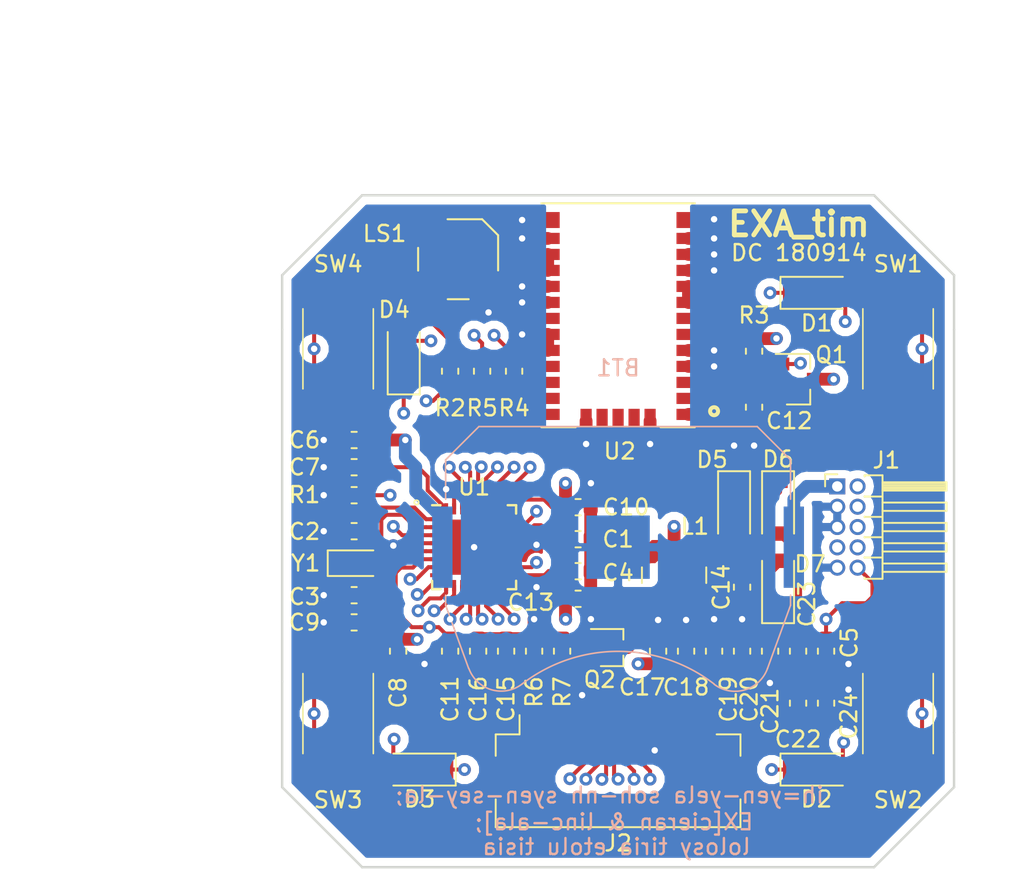
<source format=kicad_pcb>
(kicad_pcb (version 20171130) (host pcbnew 5.0.0-fee4fd1~66~ubuntu18.04.1)
  (layers (0 F.Cu power) (1 In1.Cu signal) (2 In2.Cu signal) (31 B.Cu power) (34 B.Paste user) (35 F.Paste user) (36 B.SilkS user) (37 F.SilkS user) (38 B.Mask user) (39 F.Mask user) (44 Edge.Cuts user))
  (net 0 "")
  (net 1 3V)
  (net 2 GND)
  (net 3 /RESE)
  (net 4 /GDR)
  (net 5 /BTN3)
  (net 6 /BTN2)
  (net 7 /BTN1)
  (net 8 /MOSI)
  (net 9 /CS)
  (net 10 /SCK)
  (net 11 /RESET)
  (net 12 /DC)
  (net 13 /WKUP1)
  (net 14 "Net-(C2-Pad1)")
  (net 15 /SWCLK)
  (net 16 /ALARM)
  (net 17 /BUSY)
  (net 18 /SWDIO)
  (net 19 /PREVGH)
  (net 20 /PREVGL)
  (net 21 "Net-(J1-Pad6)")
  (net 22 "Net-(J1-Pad7)")
  (net 23 "Net-(J1-Pad8)")
  (net 24 "Net-(U2-Pad29)")
  (net 25 "Net-(U2-Pad28)")
  (net 26 "Net-(U2-Pad30)")
  (net 27 /GNSS_VDD)
  (net 28 "Net-(U2-Pad2)")
  (net 29 "Net-(U2-Pad3)")
  (net 30 "Net-(U2-Pad6)")
  (net 31 "Net-(U2-Pad7)")
  (net 32 /RX_GNSS)
  (net 33 /TX_GNSS)
  (net 34 "Net-(U2-Pad24)")
  (net 35 "Net-(U2-Pad23)")
  (net 36 "Net-(U2-Pad20)")
  (net 37 /RF)
  (net 38 /TX)
  (net 39 /GNSS_EN)
  (net 40 /RX)
  (net 41 "Net-(R1-Pad2)")
  (net 42 "Net-(LS1-Pad1)")
  (net 43 "Net-(C22-Pad1)")
  (net 44 "Net-(C20-Pad1)")
  (net 45 "Net-(C18-Pad1)")
  (net 46 "Net-(C14-Pad2)")
  (net 47 "Net-(C3-Pad1)")
  (net 48 "Net-(C19-Pad1)")
  (net 49 "Net-(C14-Pad1)")
  (net 50 /BTN4)
  (net 51 /NRST)
  (net 52 "Net-(C24-Pad1)")
  (net 53 "Net-(C16-Pad2)")
  (net 54 "Net-(C15-Pad1)")
  (net 55 "Net-(J2-Pad7)")
  (net 56 "Net-(J2-Pad6)")
  (net 57 "Net-(J2-Pad1)")
  (module Connector_PinHeader_1.27mm:PinHeader_2x05_P1.27mm_Horizontal (layer F.Cu) (at 134.7 88.2)
    (fp_text reference J1 (at 3.0675 -1.635) (layer F.SilkS))
    (fp_text value 20021112-00010T4LF)
    (pad 1 thru_hole rect (at 0 0) (size 1 1) (drill 0.65) (layers *.Cu *.Mask) (net 1 3V))
    (pad 2 thru_hole oval (at 1.27 0) (size 1 1) (drill 0.65) (layers *.Cu *.Mask) (net 18 /SWDIO))
    (pad 3 thru_hole oval (at 0 1.27) (size 1 1) (drill 0.65) (layers *.Cu *.Mask) (net 2 GND))
    (pad 4 thru_hole oval (at 1.27 1.27) (size 1 1) (drill 0.65) (layers *.Cu *.Mask) (net 15 /SWCLK))
    (pad 5 thru_hole oval (at 0 2.54) (size 1 1) (drill 0.65) (layers *.Cu *.Mask) (net 2 GND))
    (pad 6 thru_hole oval (at 1.27 2.54) (size 1 1) (drill 0.65) (layers *.Cu *.Mask) (net 21 "Net-(J1-Pad6)"))
    (pad 7 thru_hole oval (at 0 3.81) (size 1 1) (drill 0.65) (layers *.Cu *.Mask) (net 22 "Net-(J1-Pad7)"))
    (pad 8 thru_hole oval (at 1.27 3.81) (size 1 1) (drill 0.65) (layers *.Cu *.Mask) (net 23 "Net-(J1-Pad8)"))
    (pad 9 thru_hole oval (at 0 5.08) (size 1 1) (drill 0.65) (layers *.Cu *.Mask) (net 2 GND))
    (pad 10 thru_hole oval (at 1.27 5.08) (size 1 1) (drill 0.65) (layers *.Cu *.Mask) (net 51 /NRST))
  )
  (module exa_tim:Crystal_SMD_TXC_9HT11-2Pin_2.0x1.2mm_HandSoldering (layer F.Cu) (at 104.5 93)
    (fp_text reference Y1 (at -3.025 0) (layer F.SilkS))
    (fp_text value 9HT11-32.768KDZF-T)
    (pad 1 smd rect (at -0.925 0) (size 1.05 1.1) (layers F.Cu F.Paste F.Mask) (net 14 "Net-(C2-Pad1)"))
    (pad 2 smd rect (at 0.925 0) (size 1.05 1.1) (layers F.Cu F.Paste F.Mask) (net 47 "Net-(C3-Pad1)"))
  )
  (module exa_tim:TL3305 (layer F.Cu) (at 138.5 102.4 90)
    (fp_text reference SW2 (at -5.4 0 180) (layer F.SilkS))
    (fp_text value TL3305CF260QG)
    (pad 1 smd rect (at 3.6 1.5 90) (size 1.6 1.4) (layers F.Cu F.Paste F.Mask) (net 1 3V))
    (pad 2 smd rect (at 3.6 -1.5 90) (size 1.6 1.4) (layers F.Cu F.Paste F.Mask) (net 6 /BTN2))
    (pad 1 smd rect (at -3.6 1.5 90) (size 1.6 1.4) (layers F.Cu F.Paste F.Mask) (net 1 3V))
    (pad 2 smd rect (at -3.6 -1.5 90) (size 1.6 1.4) (layers F.Cu F.Paste F.Mask) (net 6 /BTN2))
  )
  (module exa_tim:TL3305 (layer F.Cu) (at 103.5 102.4 270)
    (fp_text reference SW3 (at 5.4 0) (layer F.SilkS))
    (fp_text value TL3305CF260QG)
    (pad 2 smd rect (at -3.6 -1.5 270) (size 1.6 1.4) (layers F.Cu F.Paste F.Mask) (net 5 /BTN3))
    (pad 1 smd rect (at -3.6 1.5 270) (size 1.6 1.4) (layers F.Cu F.Paste F.Mask) (net 1 3V))
    (pad 2 smd rect (at 3.6 -1.5 270) (size 1.6 1.4) (layers F.Cu F.Paste F.Mask) (net 5 /BTN3))
    (pad 1 smd rect (at 3.6 1.5 270) (size 1.6 1.4) (layers F.Cu F.Paste F.Mask) (net 1 3V))
  )
  (module exa_tim:TL3305 (layer F.Cu) (at 103.5 79.6 270)
    (fp_text reference SW4 (at -5.3 0) (layer F.SilkS))
    (fp_text value TL3305CF260QG)
    (pad 1 smd rect (at 3.6 1.5 270) (size 1.6 1.4) (layers F.Cu F.Paste F.Mask) (net 1 3V))
    (pad 2 smd rect (at 3.6 -1.5 270) (size 1.6 1.4) (layers F.Cu F.Paste F.Mask) (net 50 /BTN4))
    (pad 1 smd rect (at -3.6 1.5 270) (size 1.6 1.4) (layers F.Cu F.Paste F.Mask) (net 1 3V))
    (pad 2 smd rect (at -3.6 -1.5 270) (size 1.6 1.4) (layers F.Cu F.Paste F.Mask) (net 50 /BTN4))
  )
  (module exa_tim:TL3305 (layer F.Cu) (at 138.5 79.6 90)
    (fp_text reference SW1 (at 5.3 0 180) (layer F.SilkS))
    (fp_text value TL3305CF260QG)
    (pad 2 smd rect (at -3.6 -1.5 90) (size 1.6 1.4) (layers F.Cu F.Paste F.Mask) (net 7 /BTN1))
    (pad 1 smd rect (at -3.6 1.5 90) (size 1.6 1.4) (layers F.Cu F.Paste F.Mask) (net 1 3V))
    (pad 2 smd rect (at 3.6 -1.5 90) (size 1.6 1.4) (layers F.Cu F.Paste F.Mask) (net 7 /BTN1))
    (pad 1 smd rect (at 3.6 1.5 90) (size 1.6 1.4) (layers F.Cu F.Paste F.Mask) (net 1 3V))
  )
  (module exa_tim:BatteryHolder_Keystone_3034_1x20mm (layer B.Cu) (at 121 92 180)
    (fp_text reference BT1 (at 0 11.2 180) (layer B.SilkS) (effects (justify mirror)))
    (fp_text value 3034TR)
    (pad 2 smd rect (at 0 0 180) (size 3.96 3.96) (layers B.Cu B.Paste B.Mask) (net 2 GND))
    (pad 1 smd rect (at 10.985 0 180) (size 1.27 5.08) (layers B.Cu B.Paste B.Mask) (net 1 3V))
    (pad 1 smd rect (at -10.985 0 180) (size 1.27 5.08) (layers B.Cu B.Paste B.Mask) (net 1 3V))
  )
  (module exa_tim:Hirose_FH12-24S-0.5SH_1x24-1MP_P0.50mm_Horizontal (layer F.Cu) (at 121 105)
    (fp_text reference J2 (at 0 5.5) (layer F.SilkS))
    (fp_text value "FH12-24S-0.5SH(55)")
    (pad 24 smd rect (at 5.75 -1.85) (size 0.3 1.3) (layers F.Cu F.Paste F.Mask) (net 52 "Net-(C24-Pad1)"))
    (pad 23 smd rect (at 5.25 -1.85) (size 0.3 1.3) (layers F.Cu F.Paste F.Mask) (net 20 /PREVGL))
    (pad 22 smd rect (at 4.75 -1.85) (size 0.3 1.3) (layers F.Cu F.Paste F.Mask) (net 43 "Net-(C22-Pad1)"))
    (pad 21 smd rect (at 4.25 -1.85) (size 0.3 1.3) (layers F.Cu F.Paste F.Mask) (net 19 /PREVGH))
    (pad 20 smd rect (at 3.75 -1.85) (size 0.3 1.3) (layers F.Cu F.Paste F.Mask) (net 44 "Net-(C20-Pad1)"))
    (pad 19 smd rect (at 3.25 -1.85) (size 0.3 1.3) (layers F.Cu F.Paste F.Mask) (net 48 "Net-(C19-Pad1)"))
    (pad 18 smd rect (at 2.75 -1.85) (size 0.3 1.3) (layers F.Cu F.Paste F.Mask) (net 45 "Net-(C18-Pad1)"))
    (pad 17 smd rect (at 2.25 -1.85) (size 0.3 1.3) (layers F.Cu F.Paste F.Mask) (net 2 GND))
    (pad 16 smd rect (at 1.75 -1.85) (size 0.3 1.3) (layers F.Cu F.Paste F.Mask) (net 1 3V))
    (pad 15 smd rect (at 1.25 -1.85) (size 0.3 1.3) (layers F.Cu F.Paste F.Mask) (net 1 3V))
    (pad 14 smd rect (at 0.75 -1.85) (size 0.3 1.3) (layers F.Cu F.Paste F.Mask) (net 8 /MOSI))
    (pad 13 smd rect (at 0.25 -1.85) (size 0.3 1.3) (layers F.Cu F.Paste F.Mask) (net 10 /SCK))
    (pad 12 smd rect (at -0.25 -1.85) (size 0.3 1.3) (layers F.Cu F.Paste F.Mask) (net 9 /CS))
    (pad 11 smd rect (at -0.75 -1.85) (size 0.3 1.3) (layers F.Cu F.Paste F.Mask) (net 12 /DC))
    (pad 10 smd rect (at -1.25 -1.85) (size 0.3 1.3) (layers F.Cu F.Paste F.Mask) (net 11 /RESET))
    (pad 9 smd rect (at -1.75 -1.85) (size 0.3 1.3) (layers F.Cu F.Paste F.Mask) (net 17 /BUSY))
    (pad 8 smd rect (at -2.25 -1.85) (size 0.3 1.3) (layers F.Cu F.Paste F.Mask) (net 2 GND))
    (pad 7 smd rect (at -2.75 -1.85) (size 0.3 1.3) (layers F.Cu F.Paste F.Mask) (net 55 "Net-(J2-Pad7)"))
    (pad 6 smd rect (at -3.25 -1.85) (size 0.3 1.3) (layers F.Cu F.Paste F.Mask) (net 56 "Net-(J2-Pad6)"))
    (pad 5 smd rect (at -3.75 -1.85) (size 0.3 1.3) (layers F.Cu F.Paste F.Mask) (net 53 "Net-(C16-Pad2)"))
    (pad 4 smd rect (at -4.25 -1.85) (size 0.3 1.3) (layers F.Cu F.Paste F.Mask) (net 54 "Net-(C15-Pad1)"))
    (pad 3 smd rect (at -4.75 -1.85) (size 0.3 1.3) (layers F.Cu F.Paste F.Mask) (net 3 /RESE))
    (pad 2 smd rect (at -5.25 -1.85) (size 0.3 1.3) (layers F.Cu F.Paste F.Mask) (net 4 /GDR))
    (pad 1 smd rect (at -5.75 -1.85) (size 0.3 1.3) (layers F.Cu F.Paste F.Mask) (net 57 "Net-(J2-Pad1)"))
    (pad MP smd rect (at -7.65 1.4) (size 1.8 2.2) (layers F.Cu F.Paste F.Mask))
    (pad MP smd rect (at 7.65 1.4) (size 1.8 2.2) (layers F.Cu F.Paste F.Mask))
  )
  (module exa_tim:L_Coilcraft_LPS4018 (layer F.Cu) (at 124.5 93.75 270)
    (fp_text reference L1 (at -3.05 -1.3) (layer F.SilkS))
    (fp_text value LPS4018-683MRB)
    (pad 2 smd rect (at 1.7435 1.493 44.5) (size 0.5 0.789) (layers F.Cu F.Paste F.Mask) (net 46 "Net-(C14-Pad2)"))
    (pad 2 smd rect (at 1.219 1.0475 45.7) (size 0.5 0.831) (layers F.Cu F.Paste F.Mask) (net 46 "Net-(C14-Pad2)"))
    (pad 2 smd rect (at 1.195 1.5575 270) (size 0.89 0.775) (layers F.Cu F.Paste F.Mask) (net 46 "Net-(C14-Pad2)"))
    (pad 2 smd rect (at 1.7435 -1.493 135.5) (size 0.5 0.789) (layers F.Cu F.Paste F.Mask) (net 46 "Net-(C14-Pad2)"))
    (pad 2 smd rect (at 1.219 -1.0475 134.3) (size 0.5 0.831) (layers F.Cu F.Paste F.Mask) (net 46 "Net-(C14-Pad2)"))
    (pad 2 smd rect (at 1.195 -1.5575 270) (size 0.89 0.775) (layers F.Cu F.Paste F.Mask) (net 46 "Net-(C14-Pad2)"))
    (pad 2 smd rect (at 1.765 0 270) (size 0.87 2.79) (layers F.Cu F.Paste F.Mask) (net 46 "Net-(C14-Pad2)"))
    (pad 1 smd rect (at -1.219 1.0475 134.3) (size 0.5 0.831) (layers F.Cu F.Paste F.Mask) (net 1 3V))
    (pad 1 smd rect (at -1.195 1.5575 270) (size 0.89 0.775) (layers F.Cu F.Paste F.Mask) (net 1 3V))
    (pad 1 smd rect (at -1.7435 1.493 135.5) (size 0.5 0.789) (layers F.Cu F.Paste F.Mask) (net 1 3V))
    (pad 1 smd rect (at -1.7435 -1.493 44.5) (size 0.5 0.789) (layers F.Cu F.Paste F.Mask) (net 1 3V))
    (pad 1 smd rect (at -1.219 -1.0475 45.7) (size 0.5 0.831) (layers F.Cu F.Paste F.Mask) (net 1 3V))
    (pad 1 smd rect (at -1.195 -1.5575 270) (size 0.89 0.775) (layers F.Cu F.Paste F.Mask) (net 1 3V))
    (pad 1 smd rect (at -1.765 0 270) (size 0.87 2.79) (layers F.Cu F.Paste F.Mask) (net 1 3V))
  )
  (module exa_tim:CUI_CSS-0575A-SMT (layer F.Cu) (at 111 74)
    (fp_text reference LS1 (at -4.6 -1.6) (layer F.SilkS))
    (fp_text value CUI_CSS-0575A-SMT)
    (pad 3 smd rect (at -1.9 -1.75) (size 2.1 1.7) (layers F.Cu F.Paste F.Mask))
    (pad 2 smd rect (at 1.9 1.75) (size 2.1 1.7) (layers F.Cu F.Paste F.Mask) (net 2 GND))
    (pad 1 smd rect (at -1.9 1.75) (size 2.1 1.7) (layers F.Cu F.Paste F.Mask) (net 42 "Net-(LS1-Pad1)"))
  )
  (module exa_tim:LCC100P960X1400X210-31N (layer F.Cu) (at 121 77.5)
    (fp_text reference U2 (at 0.1 8.5) (layer F.SilkS) (effects (font (size 1.00151 1.00151))))
    (fp_text value CAM-M8C-0)
    (pad 13 smd rect (at 4.4 -5.95 180) (size 1.5 1) (layers F.Cu F.Paste F.Mask) (net 2 GND))
    (pad 14 smd rect (at -4.4 -5.95 180) (size 1.5 1) (layers F.Cu F.Paste F.Mask) (net 2 GND))
    (pad 15 smd rect (at -4.4 -4.8 180) (size 1.5 0.7) (layers F.Cu F.Paste F.Mask) (net 2 GND))
    (pad 16 smd rect (at -4.4 -3.8 180) (size 1.5 0.7) (layers F.Cu F.Paste F.Mask) (net 37 /RF))
    (pad 17 smd rect (at -4.4 -2.8 180) (size 1.5 0.7) (layers F.Cu F.Paste F.Mask) (net 37 /RF))
    (pad 18 smd rect (at -4.4 -1.8 180) (size 1.5 0.7) (layers F.Cu F.Paste F.Mask) (net 2 GND))
    (pad 19 smd rect (at -4.4 -0.8 180) (size 1.5 0.7) (layers F.Cu F.Paste F.Mask) (net 2 GND))
    (pad 20 smd rect (at -4.4 0.2 180) (size 1.5 0.7) (layers F.Cu F.Paste F.Mask) (net 36 "Net-(U2-Pad20)"))
    (pad 21 smd rect (at -4.4 1.2 180) (size 1.5 0.7) (layers F.Cu F.Paste F.Mask) (net 2 GND))
    (pad 22 smd rect (at -4.4 2.2 180) (size 1.5 0.7) (layers F.Cu F.Paste F.Mask) (net 2 GND))
    (pad 23 smd rect (at -4.4 3.2 180) (size 1.5 0.7) (layers F.Cu F.Paste F.Mask) (net 35 "Net-(U2-Pad23)"))
    (pad 24 smd rect (at -4.4 4.2 180) (size 1.5 0.7) (layers F.Cu F.Paste F.Mask) (net 34 "Net-(U2-Pad24)"))
    (pad 25 smd rect (at -4.4 5.2 180) (size 1.5 0.7) (layers F.Cu F.Paste F.Mask) (net 33 /TX_GNSS))
    (pad 26 smd rect (at -4.4 6.2 180) (size 1.5 0.7) (layers F.Cu F.Paste F.Mask) (net 32 /RX_GNSS))
    (pad 12 smd rect (at 4.4 -4.8 180) (size 1.5 0.7) (layers F.Cu F.Paste F.Mask) (net 2 GND))
    (pad 11 smd rect (at 4.4 -3.8 180) (size 1.5 0.7) (layers F.Cu F.Paste F.Mask) (net 2 GND))
    (pad 10 smd rect (at 4.4 -2.8 180) (size 1.5 0.7) (layers F.Cu F.Paste F.Mask) (net 2 GND))
    (pad 9 smd rect (at 4.4 -1.8 180) (size 1.5 0.7) (layers F.Cu F.Paste F.Mask) (net 27 /GNSS_VDD))
    (pad 8 smd rect (at 4.4 -0.8 180) (size 1.5 0.7) (layers F.Cu F.Paste F.Mask) (net 27 /GNSS_VDD))
    (pad 7 smd rect (at 4.4 0.2 180) (size 1.5 0.7) (layers F.Cu F.Paste F.Mask) (net 31 "Net-(U2-Pad7)"))
    (pad 6 smd rect (at 4.4 1.2 180) (size 1.5 0.7) (layers F.Cu F.Paste F.Mask) (net 30 "Net-(U2-Pad6)"))
    (pad 5 smd rect (at 4.4 2.2 180) (size 1.5 0.7) (layers F.Cu F.Paste F.Mask) (net 2 GND))
    (pad 4 smd rect (at 4.4 3.2 180) (size 1.5 0.7) (layers F.Cu F.Paste F.Mask) (net 2 GND))
    (pad 3 smd rect (at 4.4 4.2 180) (size 1.5 0.7) (layers F.Cu F.Paste F.Mask) (net 29 "Net-(U2-Pad3)"))
    (pad 2 smd rect (at 4.4 5.2 180) (size 1.5 0.7) (layers F.Cu F.Paste F.Mask) (net 28 "Net-(U2-Pad2)"))
    (pad 1 smd rect (at 4.4 6.2 180) (size 1.5 0.7) (layers F.Cu F.Paste F.Mask) (net 27 /GNSS_VDD))
    (pad 27 smd rect (at -2 6.6 90) (size 1.5 0.7) (layers F.Cu F.Paste F.Mask) (net 2 GND))
    (pad 31 smd rect (at 2 6.6 90) (size 1.5 0.7) (layers F.Cu F.Paste F.Mask) (net 2 GND))
    (pad 30 smd rect (at 1 6.6 90) (size 1.5 0.7) (layers F.Cu F.Paste F.Mask) (net 26 "Net-(U2-Pad30)"))
    (pad 28 smd rect (at -1 6.6 90) (size 1.5 0.7) (layers F.Cu F.Paste F.Mask) (net 25 "Net-(U2-Pad28)"))
    (pad 29 smd rect (at 0 6.6 90) (size 1.5 0.7) (layers F.Cu F.Paste F.Mask) (net 24 "Net-(U2-Pad29)"))
  )
  (module Capacitor_SMD:C_0603_1608Metric (layer F.Cu) (at 134 98.5 90)
    (fp_text reference C5 (at 0.525 1.45 270) (layer F.SilkS))
    (fp_text value 100nF)
    (pad 1 smd roundrect (at -0.7875 0 90) (size 0.875 0.95) (layers F.Cu F.Paste F.Mask) (net 2 GND))
    (pad 2 smd roundrect (at 0.7875 0 90) (size 0.875 0.95) (layers F.Cu F.Paste F.Mask) (net 51 /NRST))
  )
  (module exa_tim:QFN-32-1EP_5x5mm_P0.5mm_EP3.45x3.45mm (layer F.Cu) (at 112 92)
    (fp_text reference U1 (at 0 -3.75) (layer F.SilkS))
    (fp_text value STM32L071KZUx)
    (pad 1 smd rect (at -2.4 -1.75) (size 0.7 0.25) (layers F.Cu F.Paste F.Mask) (net 14 "Net-(C2-Pad1)"))
    (pad 2 smd rect (at -2.4 -1.25) (size 0.7 0.25) (layers F.Cu F.Paste F.Mask) (net 47 "Net-(C3-Pad1)"))
    (pad 3 smd rect (at -2.4 -0.75) (size 0.7 0.25) (layers F.Cu F.Paste F.Mask) (net 51 /NRST))
    (pad 4 smd rect (at -2.4 -0.25) (size 0.7 0.25) (layers F.Cu F.Paste F.Mask) (net 2 GND))
    (pad 5 smd rect (at -2.4 0.25) (size 0.7 0.25) (layers F.Cu F.Paste F.Mask) (net 1 3V))
    (pad 6 smd rect (at -2.4 0.75) (size 0.7 0.25) (layers F.Cu F.Paste F.Mask) (net 13 /WKUP1))
    (pad 7 smd rect (at -2.4 1.25) (size 0.7 0.25) (layers F.Cu F.Paste F.Mask) (net 16 /ALARM))
    (pad 8 smd rect (at -2.4 1.75) (size 0.7 0.25) (layers F.Cu F.Paste F.Mask) (net 38 /TX))
    (pad 9 smd rect (at -1.75 2.4 90) (size 0.7 0.25) (layers F.Cu F.Paste F.Mask) (net 40 /RX))
    (pad 10 smd rect (at -1.25 2.4 90) (size 0.7 0.25) (layers F.Cu F.Paste F.Mask) (net 39 /GNSS_EN))
    (pad 11 smd rect (at -0.75 2.4 90) (size 0.7 0.25) (layers F.Cu F.Paste F.Mask) (net 10 /SCK))
    (pad 12 smd rect (at -0.25 2.4 90) (size 0.7 0.25) (layers F.Cu F.Paste F.Mask) (net 17 /BUSY))
    (pad 13 smd rect (at 0.25 2.4 90) (size 0.7 0.25) (layers F.Cu F.Paste F.Mask) (net 8 /MOSI))
    (pad 14 smd rect (at 0.75 2.4 90) (size 0.7 0.25) (layers F.Cu F.Paste F.Mask) (net 12 /DC))
    (pad 15 smd rect (at 1.25 2.4 90) (size 0.7 0.25) (layers F.Cu F.Paste F.Mask) (net 11 /RESET))
    (pad 16 smd rect (at 1.75 2.4 90) (size 0.7 0.25) (layers F.Cu F.Paste F.Mask) (net 2 GND))
    (pad 17 smd rect (at 2.4 1.75) (size 0.7 0.25) (layers F.Cu F.Paste F.Mask) (net 1 3V))
    (pad 18 smd rect (at 2.4 1.25) (size 0.7 0.25) (layers F.Cu F.Paste F.Mask) (net 9 /CS))
    (pad 19 smd rect (at 2.4 0.75) (size 0.7 0.25) (layers F.Cu F.Paste F.Mask) (net 2 GND))
    (pad 20 smd rect (at 2.4 0.25) (size 0.7 0.25) (layers F.Cu F.Paste F.Mask) (net 2 GND))
    (pad 21 smd rect (at 2.4 -0.25) (size 0.7 0.25) (layers F.Cu F.Paste F.Mask) (net 2 GND))
    (pad 22 smd rect (at 2.4 -0.75) (size 0.7 0.25) (layers F.Cu F.Paste F.Mask) (net 2 GND))
    (pad 23 smd rect (at 2.4 -1.25) (size 0.7 0.25) (layers F.Cu F.Paste F.Mask) (net 18 /SWDIO))
    (pad 24 smd rect (at 2.4 -1.75) (size 0.7 0.25) (layers F.Cu F.Paste F.Mask) (net 1 3V))
    (pad 25 smd rect (at 1.75 -2.4 90) (size 0.7 0.25) (layers F.Cu F.Paste F.Mask) (net 15 /SWCLK))
    (pad 26 smd rect (at 1.25 -2.4 90) (size 0.7 0.25) (layers F.Cu F.Paste F.Mask) (net 7 /BTN1))
    (pad 27 smd rect (at 0.75 -2.4 90) (size 0.7 0.25) (layers F.Cu F.Paste F.Mask) (net 6 /BTN2))
    (pad 28 smd rect (at 0.25 -2.4 90) (size 0.7 0.25) (layers F.Cu F.Paste F.Mask) (net 5 /BTN3))
    (pad 29 smd rect (at -0.25 -2.4 90) (size 0.7 0.25) (layers F.Cu F.Paste F.Mask) (net 50 /BTN4))
    (pad 30 smd rect (at -0.75 -2.4 90) (size 0.7 0.25) (layers F.Cu F.Paste F.Mask) (net 41 "Net-(R1-Pad2)"))
    (pad 31 smd rect (at -1.25 -2.4 90) (size 0.7 0.25) (layers F.Cu F.Paste F.Mask) (net 2 GND))
    (pad 32 smd rect (at -1.75 -2.4 90) (size 0.7 0.25) (layers F.Cu F.Paste F.Mask) (net 1 3V))
    (pad 33 smd rect (at 0 0) (size 3.45 3.45) (layers F.Cu F.Mask) (net 2 GND))
  )
  (module Capacitor_SMD:C_0603_1608Metric (layer F.Cu) (at 104.5 85.3)
    (fp_text reference C6 (at -3.1 0 -180) (layer F.SilkS))
    (fp_text value 4.7uF)
    (pad 1 smd roundrect (at -0.7875 0) (size 0.875 0.95) (layers F.Cu F.Paste F.Mask) (net 2 GND))
    (pad 2 smd roundrect (at 0.7875 0) (size 0.875 0.95) (layers F.Cu F.Paste F.Mask) (net 1 3V))
  )
  (module Capacitor_SMD:C_0603_1608Metric (layer F.Cu) (at 110.5 98.5 270)
    (fp_text reference C11 (at 3 0 90) (layer F.SilkS))
    (fp_text value 100nF)
    (pad 1 smd roundrect (at -0.7875 0 270) (size 0.875 0.95) (layers F.Cu F.Paste F.Mask) (net 13 /WKUP1))
    (pad 2 smd roundrect (at 0.7875 0 270) (size 0.875 0.95) (layers F.Cu F.Paste F.Mask) (net 2 GND))
  )
  (module Diode_SMD:D_SOD-123 (layer F.Cu) (at 133.4 76.1)
    (fp_text reference D1 (at 0 1.9 180) (layer F.SilkS))
    (fp_text value MBR0530)
    (pad 2 smd rect (at 1.65 0) (size 0.9 1.2) (layers F.Cu F.Paste F.Mask) (net 7 /BTN1))
    (pad 1 smd rect (at -1.65 0) (size 0.9 1.2) (layers F.Cu F.Paste F.Mask) (net 13 /WKUP1))
  )
  (module Diode_SMD:D_SOD-123 (layer F.Cu) (at 107.6 80.2 90)
    (fp_text reference D4 (at 3.05 -0.6) (layer F.SilkS))
    (fp_text value MBR0530)
    (pad 2 smd rect (at 1.65 0 90) (size 0.9 1.2) (layers F.Cu F.Paste F.Mask) (net 50 /BTN4))
    (pad 1 smd rect (at -1.65 0 90) (size 0.9 1.2) (layers F.Cu F.Paste F.Mask) (net 13 /WKUP1))
  )
  (module Diode_SMD:D_SOD-123 (layer F.Cu) (at 108.6 105.9 180)
    (fp_text reference D3 (at 0 -1.85 180) (layer F.SilkS))
    (fp_text value MBR0530)
    (pad 2 smd rect (at 1.65 0 180) (size 0.9 1.2) (layers F.Cu F.Paste F.Mask) (net 5 /BTN3))
    (pad 1 smd rect (at -1.65 0 180) (size 0.9 1.2) (layers F.Cu F.Paste F.Mask) (net 13 /WKUP1))
  )
  (module Diode_SMD:D_SOD-123 (layer F.Cu) (at 133.4 105.9)
    (fp_text reference D2 (at 0 1.85 180) (layer F.SilkS))
    (fp_text value MBR0530)
    (pad 1 smd rect (at -1.65 0) (size 0.9 1.2) (layers F.Cu F.Paste F.Mask) (net 13 /WKUP1))
    (pad 2 smd rect (at 1.65 0) (size 0.9 1.2) (layers F.Cu F.Paste F.Mask) (net 6 /BTN2))
  )
  (module Resistor_SMD:R_0603_1608Metric (layer F.Cu) (at 110.5 81 270)
    (fp_text reference R2 (at 2.3 0) (layer F.SilkS))
    (fp_text value 220)
    (pad 1 smd roundrect (at -0.7875 0 270) (size 0.875 0.95) (layers F.Cu F.Paste F.Mask) (net 42 "Net-(LS1-Pad1)"))
    (pad 2 smd roundrect (at 0.7875 0 270) (size 0.875 0.95) (layers F.Cu F.Paste F.Mask) (net 16 /ALARM))
  )
  (module Capacitor_SMD:C_0603_1608Metric (layer F.Cu) (at 104.5 87)
    (fp_text reference C7 (at -3.1 0 -180) (layer F.SilkS))
    (fp_text value 100nF)
    (pad 2 smd roundrect (at 0.7875 0) (size 0.875 0.95) (layers F.Cu F.Paste F.Mask) (net 1 3V))
    (pad 1 smd roundrect (at -0.7875 0) (size 0.875 0.95) (layers F.Cu F.Paste F.Mask) (net 2 GND))
  )
  (module Capacitor_SMD:C_0603_1608Metric (layer F.Cu) (at 118.5 89.5 180)
    (fp_text reference C10 (at -3 0) (layer F.SilkS))
    (fp_text value 100nF)
    (pad 1 smd roundrect (at -0.7875 0 180) (size 0.875 0.95) (layers F.Cu F.Paste F.Mask) (net 2 GND))
    (pad 2 smd roundrect (at 0.7875 0 180) (size 0.875 0.95) (layers F.Cu F.Paste F.Mask) (net 1 3V))
  )
  (module Capacitor_SMD:C_0603_1608Metric (layer F.Cu) (at 129.5 83.25 90)
    (fp_text reference C12 (at -0.85 2.2) (layer F.SilkS))
    (fp_text value 4.7uF)
    (pad 1 smd roundrect (at -0.7875 0 90) (size 0.875 0.95) (layers F.Cu F.Paste F.Mask) (net 2 GND))
    (pad 2 smd roundrect (at 0.7875 0 90) (size 0.875 0.95) (layers F.Cu F.Paste F.Mask) (net 27 /GNSS_VDD))
  )
  (module Package_TO_SOT_SMD:SOT-23 (layer F.Cu) (at 132.25 81.5)
    (fp_text reference Q1 (at 2.075 -1.525) (layer F.SilkS))
    (fp_text value SI2333DS-T1-E3)
    (pad 3 smd rect (at 1 0) (size 0.9 0.8) (layers F.Cu F.Paste F.Mask) (net 1 3V))
    (pad 2 smd rect (at -1 0.95) (size 0.9 0.8) (layers F.Cu F.Paste F.Mask) (net 27 /GNSS_VDD))
    (pad 1 smd rect (at -1 -0.95) (size 0.9 0.8) (layers F.Cu F.Paste F.Mask) (net 39 /GNSS_EN))
  )
  (module Resistor_SMD:R_0603_1608Metric (layer F.Cu) (at 114.5 81 90)
    (fp_text reference R4 (at -2.3 0 180) (layer F.SilkS))
    (fp_text value 220)
    (pad 1 smd roundrect (at -0.7875 0 90) (size 0.875 0.95) (layers F.Cu F.Paste F.Mask) (net 33 /TX_GNSS))
    (pad 2 smd roundrect (at 0.7875 0 90) (size 0.875 0.95) (layers F.Cu F.Paste F.Mask) (net 40 /RX))
  )
  (module Resistor_SMD:R_0603_1608Metric (layer F.Cu) (at 129.5 79.75 270)
    (fp_text reference R3 (at -2.25 0) (layer F.SilkS))
    (fp_text value 1M)
    (pad 2 smd roundrect (at 0.7875 0 270) (size 0.875 0.95) (layers F.Cu F.Paste F.Mask) (net 39 /GNSS_EN))
    (pad 1 smd roundrect (at -0.7875 0 270) (size 0.875 0.95) (layers F.Cu F.Paste F.Mask) (net 1 3V))
  )
  (module Resistor_SMD:R_0603_1608Metric (layer F.Cu) (at 112.5 81 90)
    (fp_text reference R5 (at -2.3 0 180) (layer F.SilkS))
    (fp_text value 220)
    (pad 1 smd roundrect (at -0.7875 0 90) (size 0.875 0.95) (layers F.Cu F.Paste F.Mask) (net 32 /RX_GNSS))
    (pad 2 smd roundrect (at 0.7875 0 90) (size 0.875 0.95) (layers F.Cu F.Paste F.Mask) (net 38 /TX))
  )
  (module Capacitor_SMD:C_0603_1608Metric (layer F.Cu) (at 130.5 98.5 270)
    (fp_text reference C21 (at 3.75 0 270) (layer F.SilkS))
    (fp_text value 1uF)
    (pad 2 smd roundrect (at 0.7875 0 270) (size 0.875 0.95) (layers F.Cu F.Paste F.Mask) (net 2 GND))
    (pad 1 smd roundrect (at -0.7875 0 270) (size 0.875 0.95) (layers F.Cu F.Paste F.Mask) (net 19 /PREVGH))
  )
  (module Capacitor_SMD:C_0603_1608Metric (layer F.Cu) (at 134 101.75 90)
    (fp_text reference C24 (at -0.825 1.425 90) (layer F.SilkS))
    (fp_text value 1uF)
    (pad 1 smd roundrect (at -0.7875 0 90) (size 0.875 0.95) (layers F.Cu F.Paste F.Mask) (net 52 "Net-(C24-Pad1)"))
    (pad 2 smd roundrect (at 0.7875 0 90) (size 0.875 0.95) (layers F.Cu F.Paste F.Mask) (net 2 GND))
  )
  (module Capacitor_SMD:C_0603_1608Metric (layer F.Cu) (at 132.25 98.5 270)
    (fp_text reference C23 (at -2.95 -0.55 90) (layer F.SilkS))
    (fp_text value 1uF)
    (pad 2 smd roundrect (at 0.7875 0 270) (size 0.875 0.95) (layers F.Cu F.Paste F.Mask) (net 2 GND))
    (pad 1 smd roundrect (at -0.7875 0 270) (size 0.875 0.95) (layers F.Cu F.Paste F.Mask) (net 20 /PREVGL))
  )
  (module Capacitor_SMD:C_0603_1608Metric (layer F.Cu) (at 132.25 101.75 90)
    (fp_text reference C22 (at -2.25 0 180) (layer F.SilkS))
    (fp_text value 1uF)
    (pad 1 smd roundrect (at -0.7875 0 90) (size 0.875 0.95) (layers F.Cu F.Paste F.Mask) (net 43 "Net-(C22-Pad1)"))
    (pad 2 smd roundrect (at 0.7875 0 90) (size 0.875 0.95) (layers F.Cu F.Paste F.Mask) (net 2 GND))
  )
  (module Capacitor_SMD:C_0603_1608Metric (layer F.Cu) (at 128.75 98.5 90)
    (fp_text reference C20 (at -3 0.45 270) (layer F.SilkS))
    (fp_text value 1uF)
    (pad 2 smd roundrect (at 0.7875 0 90) (size 0.875 0.95) (layers F.Cu F.Paste F.Mask) (net 2 GND))
    (pad 1 smd roundrect (at -0.7875 0 90) (size 0.875 0.95) (layers F.Cu F.Paste F.Mask) (net 44 "Net-(C20-Pad1)"))
  )
  (module Capacitor_SMD:C_0603_1608Metric (layer F.Cu) (at 127 98.5 90)
    (fp_text reference C19 (at -3 0.9 90) (layer F.SilkS))
    (fp_text value 1uF)
    (pad 1 smd roundrect (at -0.7875 0 90) (size 0.875 0.95) (layers F.Cu F.Paste F.Mask) (net 48 "Net-(C19-Pad1)"))
    (pad 2 smd roundrect (at 0.7875 0 90) (size 0.875 0.95) (layers F.Cu F.Paste F.Mask) (net 2 GND))
  )
  (module Capacitor_SMD:C_0603_1608Metric (layer F.Cu) (at 125.25 98.5 90)
    (fp_text reference C18 (at -2.25 0 180) (layer F.SilkS))
    (fp_text value 1uF)
    (pad 2 smd roundrect (at 0.7875 0 90) (size 0.875 0.95) (layers F.Cu F.Paste F.Mask) (net 2 GND))
    (pad 1 smd roundrect (at -0.7875 0 90) (size 0.875 0.95) (layers F.Cu F.Paste F.Mask) (net 45 "Net-(C18-Pad1)"))
  )
  (module Capacitor_SMD:C_0603_1608Metric (layer F.Cu) (at 123.5 98.5 90)
    (fp_text reference C17 (at -2.25 -1 180) (layer F.SilkS))
    (fp_text value 100nF)
    (pad 1 smd roundrect (at -0.7875 0 90) (size 0.875 0.95) (layers F.Cu F.Paste F.Mask) (net 1 3V))
    (pad 2 smd roundrect (at 0.7875 0 90) (size 0.875 0.95) (layers F.Cu F.Paste F.Mask) (net 2 GND))
  )
  (module Capacitor_SMD:C_0603_1608Metric (layer F.Cu) (at 112.25 98.5 270)
    (fp_text reference C16 (at 3 0 90) (layer F.SilkS))
    (fp_text value 1uF)
    (pad 2 smd roundrect (at 0.7875 0 270) (size 0.875 0.95) (layers F.Cu F.Paste F.Mask) (net 53 "Net-(C16-Pad2)"))
    (pad 1 smd roundrect (at -0.7875 0 270) (size 0.875 0.95) (layers F.Cu F.Paste F.Mask) (net 2 GND))
  )
  (module Capacitor_SMD:C_0603_1608Metric (layer F.Cu) (at 114 98.5 90)
    (fp_text reference C15 (at -3 0 90) (layer F.SilkS))
    (fp_text value 1uF)
    (pad 1 smd roundrect (at -0.7875 0 90) (size 0.875 0.95) (layers F.Cu F.Paste F.Mask) (net 54 "Net-(C15-Pad1)"))
    (pad 2 smd roundrect (at 0.7875 0 90) (size 0.875 0.95) (layers F.Cu F.Paste F.Mask) (net 2 GND))
  )
  (module Capacitor_SMD:C_0603_1608Metric (layer F.Cu) (at 128.75 94.5 270)
    (fp_text reference C14 (at 0 1.3 270) (layer F.SilkS))
    (fp_text value 100nF)
    (pad 2 smd roundrect (at 0.7875 0 270) (size 0.875 0.95) (layers F.Cu F.Paste F.Mask) (net 46 "Net-(C14-Pad2)"))
    (pad 1 smd roundrect (at -0.7875 0 270) (size 0.875 0.95) (layers F.Cu F.Paste F.Mask) (net 49 "Net-(C14-Pad1)"))
  )
  (module Capacitor_SMD:C_0603_1608Metric (layer F.Cu) (at 118.5 95.225)
    (fp_text reference C13 (at -2.95 0.225) (layer F.SilkS))
    (fp_text value 4.7uF)
    (pad 1 smd roundrect (at -0.7875 0) (size 0.875 0.95) (layers F.Cu F.Paste F.Mask) (net 1 3V))
    (pad 2 smd roundrect (at 0.7875 0) (size 0.875 0.95) (layers F.Cu F.Paste F.Mask) (net 2 GND))
  )
  (module Capacitor_SMD:C_0603_1608Metric (layer F.Cu) (at 104.5 96.7)
    (fp_text reference C9 (at -3.1 0) (layer F.SilkS))
    (fp_text value 100nF)
    (pad 2 smd roundrect (at 0.7875 0) (size 0.875 0.95) (layers F.Cu F.Paste F.Mask) (net 1 3V))
    (pad 1 smd roundrect (at -0.7875 0) (size 0.875 0.95) (layers F.Cu F.Paste F.Mask) (net 2 GND))
  )
  (module Capacitor_SMD:C_0603_1608Metric (layer F.Cu) (at 107.25 98.5 90)
    (fp_text reference C8 (at -2.6 0 270) (layer F.SilkS))
    (fp_text value 1uF)
    (pad 1 smd roundrect (at -0.7875 0 90) (size 0.875 0.95) (layers F.Cu F.Paste F.Mask) (net 2 GND))
    (pad 2 smd roundrect (at 0.7875 0 90) (size 0.875 0.95) (layers F.Cu F.Paste F.Mask) (net 1 3V))
  )
  (module Capacitor_SMD:C_0603_1608Metric (layer F.Cu) (at 118.5 93.5 180)
    (fp_text reference C4 (at -2.5 -0.1) (layer F.SilkS))
    (fp_text value 100nF)
    (pad 2 smd roundrect (at 0.7875 0 180) (size 0.875 0.95) (layers F.Cu F.Paste F.Mask) (net 1 3V))
    (pad 1 smd roundrect (at -0.7875 0 180) (size 0.875 0.95) (layers F.Cu F.Paste F.Mask) (net 2 GND))
  )
  (module Capacitor_SMD:C_0603_1608Metric (layer F.Cu) (at 118.5 91.5 180)
    (fp_text reference C1 (at -2.5 0) (layer F.SilkS))
    (fp_text value 4.7uF)
    (pad 1 smd roundrect (at -0.7875 0 180) (size 0.875 0.95) (layers F.Cu F.Paste F.Mask) (net 2 GND))
    (pad 2 smd roundrect (at 0.7875 0 180) (size 0.875 0.95) (layers F.Cu F.Paste F.Mask) (net 1 3V))
  )
  (module Capacitor_SMD:C_0603_1608Metric (layer F.Cu) (at 104.5 95 180)
    (fp_text reference C3 (at 3.1 -0.1 180) (layer F.SilkS))
    (fp_text value 20pF)
    (pad 2 smd roundrect (at 0.7875 0 180) (size 0.875 0.95) (layers F.Cu F.Paste F.Mask) (net 2 GND))
    (pad 1 smd roundrect (at -0.7875 0 180) (size 0.875 0.95) (layers F.Cu F.Paste F.Mask) (net 47 "Net-(C3-Pad1)"))
  )
  (module Capacitor_SMD:C_0603_1608Metric (layer F.Cu) (at 104.5 91 180)
    (fp_text reference C2 (at 3.1 -0.025 180) (layer F.SilkS))
    (fp_text value 20pF)
    (pad 1 smd roundrect (at -0.7875 0 180) (size 0.875 0.95) (layers F.Cu F.Paste F.Mask) (net 14 "Net-(C2-Pad1)"))
    (pad 2 smd roundrect (at 0.7875 0 180) (size 0.875 0.95) (layers F.Cu F.Paste F.Mask) (net 2 GND))
  )
  (module Diode_SMD:D_SOD-123 (layer F.Cu) (at 128.25 89.5 270)
    (fp_text reference D5 (at -2.975 1.375) (layer F.SilkS))
    (fp_text value MBR0530)
    (pad 1 smd rect (at -1.65 0 270) (size 0.9 1.2) (layers F.Cu F.Paste F.Mask) (net 2 GND))
    (pad 2 smd rect (at 1.65 0 270) (size 0.9 1.2) (layers F.Cu F.Paste F.Mask) (net 49 "Net-(C14-Pad1)"))
  )
  (module Diode_SMD:D_SOD-123 (layer F.Cu) (at 131 89.5 270)
    (fp_text reference D6 (at -3 0) (layer F.SilkS))
    (fp_text value MBR0530)
    (pad 2 smd rect (at 1.65 0 270) (size 0.9 1.2) (layers F.Cu F.Paste F.Mask) (net 20 /PREVGL))
    (pad 1 smd rect (at -1.65 0 270) (size 0.9 1.2) (layers F.Cu F.Paste F.Mask) (net 49 "Net-(C14-Pad1)"))
  )
  (module Diode_SMD:D_SOD-123 (layer F.Cu) (at 131 94.5 90)
    (fp_text reference D7 (at 1.45 2) (layer F.SilkS))
    (fp_text value MBR0530)
    (pad 1 smd rect (at -1.65 0 90) (size 0.9 1.2) (layers F.Cu F.Paste F.Mask) (net 19 /PREVGH))
    (pad 2 smd rect (at 1.65 0 90) (size 0.9 1.2) (layers F.Cu F.Paste F.Mask) (net 46 "Net-(C14-Pad2)"))
  )
  (module Package_TO_SOT_SMD:SOT-323_SC-70 (layer F.Cu) (at 120.6 98.275)
    (fp_text reference Q2 (at -0.75 2) (layer F.SilkS))
    (fp_text value DMN3067LW-7)
    (pad 1 smd rect (at -1 -0.65 270) (size 0.45 0.7) (layers F.Cu F.Paste F.Mask) (net 4 /GDR))
    (pad 2 smd rect (at -1 0.65 270) (size 0.45 0.7) (layers F.Cu F.Paste F.Mask) (net 3 /RESE))
    (pad 3 smd rect (at 1 0 270) (size 0.45 0.7) (layers F.Cu F.Paste F.Mask) (net 46 "Net-(C14-Pad2)"))
  )
  (module Resistor_SMD:R_0603_1608Metric (layer F.Cu) (at 104.5 88.75)
    (fp_text reference R1 (at -3.1 -0.025) (layer F.SilkS))
    (fp_text value 1M)
    (pad 1 smd roundrect (at -0.7875 0) (size 0.875 0.95) (layers F.Cu F.Paste F.Mask) (net 2 GND))
    (pad 2 smd roundrect (at 0.7875 0) (size 0.875 0.95) (layers F.Cu F.Paste F.Mask) (net 41 "Net-(R1-Pad2)"))
  )
  (module Resistor_SMD:R_0603_1608Metric (layer F.Cu) (at 115.75 98.5 90)
    (fp_text reference R6 (at -2.55 0 90) (layer F.SilkS))
    (fp_text value 1M)
    (pad 2 smd roundrect (at 0.7875 0 90) (size 0.875 0.95) (layers F.Cu F.Paste F.Mask) (net 2 GND))
    (pad 1 smd roundrect (at -0.7875 0 90) (size 0.875 0.95) (layers F.Cu F.Paste F.Mask) (net 4 /GDR))
  )
  (module Resistor_SMD:R_0603_1608Metric (layer F.Cu) (at 117.5 98.5 90)
    (fp_text reference R7 (at -2.55 0 90) (layer F.SilkS))
    (fp_text value 3)
    (pad 1 smd roundrect (at -0.7875 0 90) (size 0.875 0.95) (layers F.Cu F.Paste F.Mask) (net 3 /RESE))
    (pad 2 smd roundrect (at 0.7875 0 90) (size 0.875 0.95) (layers F.Cu F.Paste F.Mask) (net 2 GND))
  )
  (gr_text "lolosy tiria etolu tisia" (at 120.9 110.725) (layer B.SilkS) (effects (font (size 1 1)) (justify mirror)))
  (gr_text "EX[cieran & linc-ala];" (at 120.75 109.175) (layer B.SilkS) (effects (font (size 1 1)) (justify mirror)))
  (gr_text "ih=yen-yela soh-nh syen-sey-la;" (at 120.475 107.5) (layer B.SilkS) (effects (font (size 1 1)) (justify mirror)))
  (gr_line (start 142 103.6) (end 142 78.4) (layer Edge.Cuts) (width 0.15))
  (gr_line (start 142 107) (end 142 103.6) (layer Edge.Cuts) (width 0.15))
  (gr_line (start 100 100.4) (end 100 107) (layer Edge.Cuts) (width 0.15))
  (gr_line (start 100 78.4) (end 100 100.4) (layer Edge.Cuts) (width 0.15))
  (gr_line (start 100 75) (end 100 78.4) (layer Edge.Cuts) (width 0.15))
  (gr_line (start 142 75) (end 142 78.4) (layer Edge.Cuts) (width 0.15))
  (gr_line (start 100 75) (end 100 75) (layer Edge.Cuts) (width 0.15))
  (gr_line (start 105 70) (end 100 75) (layer Edge.Cuts) (width 0.15))
  (gr_line (start 105 70) (end 105 70) (layer Edge.Cuts) (width 0.15))
  (gr_line (start 142 75) (end 142 75) (layer Edge.Cuts) (width 0.15))
  (gr_line (start 137 70) (end 137 70) (layer Edge.Cuts) (width 0.15))
  (gr_line (start 142 75) (end 137 70) (layer Edge.Cuts) (width 0.15))
  (gr_line (start 142 107) (end 142 107) (layer Edge.Cuts) (width 0.15))
  (gr_line (start 137 112) (end 137 112) (layer Edge.Cuts) (width 0.15))
  (gr_line (start 142 107) (end 137 112) (layer Edge.Cuts) (width 0.15))
  (gr_line (start 105 112) (end 105 112) (layer Edge.Cuts) (width 0.15))
  (gr_line (start 105 112) (end 100 107) (layer Edge.Cuts) (width 0.15))
  (gr_line (start 105 70) (end 137 70) (layer Edge.Cuts) (width 0.15))
  (gr_line (start 137 112) (end 105 112) (layer Edge.Cuts) (width 0.15))
  (gr_text "DC 180914" (at 132.3 73.6) (layer F.SilkS) (effects (font (size 1 1))))
  (gr_text EXA_tim (at 132.3 71.8) (layer F.SilkS) (effects (font (size 1.5 1.5) (thickness 0.3))))
  (segment (start 117.7 93.5) (end 117.7125 93.5) (width 0.25) (layer F.Cu) (net 1))
  (segment (start 122.25 103.15) (end 122.75 103.15) (width 0.25) (layer F.Cu) (net 1))
  (segment (start 122.9425 92.071) (end 123.007 92.0065) (width 0.25) (layer F.Cu) (net 1))
  (segment (start 122.9425 92.555) (end 122.9425 92.071) (width 0.25) (layer F.Cu) (net 1))
  (segment (start 123.4285 92.555) (end 123.4525 92.531) (width 0.25) (layer F.Cu) (net 1))
  (segment (start 122.9425 92.555) (end 123.4285 92.555) (width 0.25) (layer F.Cu) (net 1))
  (segment (start 123.9985 91.985) (end 123.4525 92.531) (width 0.25) (layer F.Cu) (net 1))
  (segment (start 125.0015 91.985) (end 125.5475 92.531) (width 0.25) (layer F.Cu) (net 1))
  (segment (start 124.5 91.985) (end 125.0015 91.985) (width 0.25) (layer F.Cu) (net 1))
  (segment (start 126.0335 92.531) (end 126.0575 92.555) (width 0.25) (layer F.Cu) (net 1))
  (segment (start 125.5475 92.531) (end 126.0335 92.531) (width 0.25) (layer F.Cu) (net 1))
  (segment (start 126.0575 92.071) (end 125.993 92.0065) (width 0.25) (layer F.Cu) (net 1))
  (segment (start 126.0575 92.555) (end 126.0575 92.071) (width 0.25) (layer F.Cu) (net 1))
  (segment (start 131.995 91.99) (end 131.985 92) (width 0.8) (layer B.Cu) (net 1))
  (segment (start 122.9425 92.555) (end 122.9425 92.6125) (width 0.8) (layer F.Cu) (net 1))
  (segment (start 124.5 91.985) (end 123.9985 91.985) (width 0.25) (layer F.Cu) (net 1))
  (segment (start 117.7125 91.5) (end 117.7125 89.5) (width 0.8) (layer F.Cu) (net 1))
  (segment (start 117.7125 89.5) (end 117.7125 88) (width 0.8) (layer F.Cu) (net 1))
  (via (at 117.7125 88) (size 0.8) (drill 0.4) (layers F.Cu B.Cu) (net 1))
  (segment (start 140 83.2) (end 140 76) (width 0.25) (layer F.Cu) (net 1))
  (segment (start 140 98.8) (end 140 102.4) (width 0.25) (layer F.Cu) (net 1))
  (segment (start 102 98.8) (end 102 102.4) (width 0.25) (layer F.Cu) (net 1))
  (segment (start 102 98.8) (end 102 98.7) (width 0.25) (layer F.Cu) (net 1))
  (segment (start 102 83.2) (end 102 79.6) (width 0.25) (layer F.Cu) (net 1))
  (segment (start 102 75.9) (end 102 76) (width 0.25) (layer F.Cu) (net 1))
  (via (at 107.7 85.3) (size 0.8) (drill 0.4) (layers F.Cu B.Cu) (net 1))
  (segment (start 105.2875 85.3) (end 107.7 85.3) (width 0.8) (layer F.Cu) (net 1))
  (segment (start 102 79.6) (end 102 76) (width 0.25) (layer F.Cu) (net 1))
  (via (at 102 79.6) (size 0.8) (drill 0.4) (layers F.Cu B.Cu) (net 1))
  (via (at 140 79.6) (size 0.8) (drill 0.4) (layers F.Cu B.Cu) (net 1))
  (segment (start 140 102.4) (end 140 106) (width 0.25) (layer F.Cu) (net 1))
  (via (at 140 102.4) (size 0.8) (drill 0.4) (layers F.Cu B.Cu) (net 1))
  (segment (start 102 102.4) (end 102 106) (width 0.25) (layer F.Cu) (net 1))
  (via (at 102 102.4) (size 0.8) (drill 0.4) (layers F.Cu B.Cu) (net 1))
  (segment (start 106.3 97.7125) (end 105.2875 96.7) (width 0.5) (layer F.Cu) (net 1))
  (segment (start 107.25 97.7125) (end 106.3 97.7125) (width 0.5) (layer F.Cu) (net 1))
  (via (at 124.5 90.7) (size 0.8) (drill 0.4) (layers F.Cu B.Cu) (net 1))
  (segment (start 124.5 91.985) (end 124.5 90.7) (width 0.8) (layer F.Cu) (net 1))
  (segment (start 122.75 100.85) (end 122.75 103.15) (width 0.25) (layer F.Cu) (net 1))
  (segment (start 123.5 99.2875) (end 123.5 100.1) (width 0.25) (layer F.Cu) (net 1))
  (segment (start 123.5 100.1) (end 122.75 100.85) (width 0.25) (layer F.Cu) (net 1))
  (via (at 122.25 99.2875) (size 0.8) (drill 0.4) (layers F.Cu B.Cu) (net 1))
  (via (at 108.438056 97.757026) (size 0.8) (drill 0.4) (layers F.Cu B.Cu) (net 1))
  (segment (start 108.39353 97.7125) (end 108.438056 97.757026) (width 0.5) (layer F.Cu) (net 1))
  (segment (start 114.4 93.75) (end 114.625 93.75) (width 0.25) (layer F.Cu) (net 1))
  (segment (start 132.8 88.2) (end 134.7 88.2) (width 0.8) (layer B.Cu) (net 1))
  (segment (start 131.985 92) (end 131.985 89.015) (width 0.8) (layer B.Cu) (net 1))
  (segment (start 131.985 89.015) (end 132.8 88.2) (width 0.8) (layer B.Cu) (net 1))
  (via (at 130.9 78.95) (size 0.8) (drill 0.4) (layers F.Cu B.Cu) (net 1))
  (segment (start 130.91 78.96) (end 130.9 78.95) (width 0.5) (layer F.Cu) (net 1))
  (via (at 134.475 81.5) (size 0.8) (drill 0.4) (layers F.Cu B.Cu) (net 1))
  (segment (start 122.25 99.2875) (end 123.5 99.2875) (width 0.8) (layer F.Cu) (net 1))
  (segment (start 117.7125 95.225) (end 117.7125 93.5) (width 0.8) (layer F.Cu) (net 1))
  (via (at 117.725 96.5) (size 0.8) (drill 0.4) (layers F.Cu B.Cu) (net 1))
  (segment (start 117.7125 95.225) (end 117.7125 96.4875) (width 0.8) (layer F.Cu) (net 1))
  (segment (start 117.7125 96.4875) (end 117.725 96.5) (width 0.8) (layer F.Cu) (net 1))
  (segment (start 107.294526 97.757026) (end 107.25 97.7125) (width 0.8) (layer F.Cu) (net 1))
  (segment (start 108.438056 97.757026) (end 107.294526 97.757026) (width 0.8) (layer F.Cu) (net 1))
  (segment (start 105.2875 87) (end 105.2875 85.3) (width 0.8) (layer F.Cu) (net 1))
  (segment (start 134.475 81.5) (end 133.25 81.5) (width 0.8) (layer F.Cu) (net 1))
  (segment (start 130.8875 78.9625) (end 130.9 78.95) (width 0.8) (layer F.Cu) (net 1))
  (segment (start 129.5 78.9625) (end 130.8875 78.9625) (width 0.8) (layer F.Cu) (net 1))
  (segment (start 117.7125 93.5) (end 117.7125 91.5) (width 0.8) (layer F.Cu) (net 1))
  (segment (start 116.65 93.5) (end 117.7125 93.5) (width 0.25) (layer F.Cu) (net 1))
  (segment (start 114.4 93.75) (end 116.4 93.75) (width 0.25) (layer F.Cu) (net 1))
  (segment (start 116.4 93.75) (end 116.65 93.5) (width 0.25) (layer F.Cu) (net 1))
  (segment (start 109.1 88.45) (end 110.25 89.6) (width 0.25) (layer F.Cu) (net 1))
  (segment (start 109.1 87.6) (end 109.1 88.45) (width 0.25) (layer F.Cu) (net 1))
  (segment (start 105.2875 87) (end 108.5 87) (width 0.25) (layer F.Cu) (net 1))
  (segment (start 108.5 87) (end 109.1 87.6) (width 0.25) (layer F.Cu) (net 1))
  (segment (start 107.7 86.345) (end 107.7 85.3) (width 0.8) (layer B.Cu) (net 1))
  (segment (start 108.35 86.995) (end 107.7 86.345) (width 0.8) (layer B.Cu) (net 1))
  (segment (start 108.35 88.5) (end 108.35 86.995) (width 0.8) (layer B.Cu) (net 1))
  (segment (start 110.015 92) (end 110.015 90.165) (width 0.8) (layer B.Cu) (net 1))
  (segment (start 110.015 90.165) (end 108.35 88.5) (width 0.8) (layer B.Cu) (net 1))
  (segment (start 114.4 89.65) (end 114.4 90.25) (width 0.25) (layer F.Cu) (net 1))
  (segment (start 115.025002 89.024998) (end 114.4 89.65) (width 0.25) (layer F.Cu) (net 1))
  (segment (start 116.374998 89.024998) (end 115.025002 89.024998) (width 0.25) (layer F.Cu) (net 1))
  (segment (start 117.7125 89.5) (end 116.85 89.5) (width 0.25) (layer F.Cu) (net 1))
  (segment (start 116.85 89.5) (end 116.374998 89.024998) (width 0.25) (layer F.Cu) (net 1))
  (segment (start 109 92.25) (end 109.6 92.25) (width 0.25) (layer F.Cu) (net 1))
  (segment (start 105.2875 96.7) (end 106.5 95.4875) (width 0.25) (layer F.Cu) (net 1))
  (segment (start 106.5 95.4875) (end 106.5 93.1) (width 0.25) (layer F.Cu) (net 1))
  (segment (start 106.5 93.1) (end 106.774998 92.825002) (width 0.25) (layer F.Cu) (net 1))
  (segment (start 106.774998 92.825002) (end 107.624998 92.825002) (width 0.25) (layer F.Cu) (net 1))
  (segment (start 107.624998 92.825002) (end 108.2 92.25) (width 0.25) (layer F.Cu) (net 1))
  (segment (start 108.2 92.25) (end 109 92.25) (width 0.25) (layer F.Cu) (net 1))
  (via (at 112 92) (size 0.8) (drill 0.4) (layers F.Cu B.Cu) (net 2))
  (segment (start 111.75 91.75) (end 112 92) (width 0.25) (layer F.Cu) (net 2))
  (segment (start 111.25 91.25) (end 112 92) (width 0.25) (layer F.Cu) (net 2))
  (segment (start 110.75 90.75) (end 112 92) (width 0.25) (layer F.Cu) (net 2))
  (segment (start 112.75 91.25) (end 112 92) (width 0.25) (layer F.Cu) (net 2))
  (segment (start 112.25 92.25) (end 112 92) (width 0.25) (layer F.Cu) (net 2))
  (segment (start 112.25 91.75) (end 112 92) (width 0.25) (layer F.Cu) (net 2))
  (via (at 128.75 96.5) (size 0.8) (drill 0.4) (layers F.Cu B.Cu) (net 2))
  (via (at 127 96.5) (size 0.8) (drill 0.4) (layers F.Cu B.Cu) (net 2))
  (via (at 118.75 101.25) (size 0.8) (drill 0.4) (layers F.Cu B.Cu) (net 2))
  (segment (start 118.75 103.15) (end 118.75 101.25) (width 0.25) (layer F.Cu) (net 2))
  (segment (start 113.75 94.4) (end 113.75 94.25) (width 0.25) (layer F.Cu) (net 2))
  (via (at 130.48734 100.48734) (size 0.8) (drill 0.4) (layers F.Cu B.Cu) (net 2))
  (segment (start 123.25 104.660585) (end 123.288775 104.69936) (width 0.25) (layer F.Cu) (net 2))
  (via (at 123.288775 104.69936) (size 0.8) (drill 0.4) (layers F.Cu B.Cu) (net 2))
  (segment (start 123.25 103.15) (end 123.25 104.660585) (width 0.25) (layer F.Cu) (net 2))
  (segment (start 112.75 92.75) (end 112 92) (width 0.25) (layer F.Cu) (net 2))
  (via (at 127 71.5) (size 0.8) (drill 0.4) (layers F.Cu B.Cu) (net 2))
  (via (at 108.9 99.3) (size 0.8) (drill 0.4) (layers F.Cu B.Cu) (net 2))
  (via (at 127 80.7) (size 0.8) (drill 0.4) (layers F.Cu B.Cu) (net 2))
  (via (at 127 79.7) (size 0.8) (drill 0.4) (layers F.Cu B.Cu) (net 2))
  (segment (start 130.48734 99.30016) (end 130.5 99.2875) (width 0.25) (layer F.Cu) (net 2))
  (via (at 135.4 99.3) (size 0.8) (drill 0.4) (layers F.Cu B.Cu) (net 2))
  (via (at 135.4 100.9) (size 0.8) (drill 0.4) (layers F.Cu B.Cu) (net 2))
  (segment (start 135.3375 100.9625) (end 135.4 100.9) (width 0.25) (layer F.Cu) (net 2))
  (via (at 125.25 96.55) (size 0.8) (drill 0.4) (layers F.Cu B.Cu) (net 2))
  (via (at 123.5 96.550002) (size 0.8) (drill 0.4) (layers F.Cu B.Cu) (net 2))
  (via (at 127 72.7) (size 0.8) (drill 0.4) (layers F.Cu B.Cu) (net 2))
  (segment (start 125.45 71.5) (end 125.4 71.55) (width 0.8) (layer F.Cu) (net 2))
  (segment (start 127 71.5) (end 125.45 71.5) (width 0.8) (layer F.Cu) (net 2))
  (segment (start 127 72.7) (end 125.4 72.7) (width 0.8) (layer F.Cu) (net 2))
  (segment (start 127 79.7) (end 125.4 79.7) (width 0.8) (layer F.Cu) (net 2))
  (segment (start 127 80.7) (end 125.4 80.7) (width 0.8) (layer F.Cu) (net 2))
  (via (at 127 73.7) (size 0.8) (drill 0.4) (layers F.Cu B.Cu) (net 2))
  (segment (start 125.4 73.7) (end 127 73.7) (width 0.8) (layer F.Cu) (net 2))
  (via (at 127 74.7) (size 0.8) (drill 0.4) (layers F.Cu B.Cu) (net 2))
  (segment (start 125.4 74.7) (end 127 74.7) (width 0.8) (layer F.Cu) (net 2))
  (segment (start 135.3875 99.2875) (end 135.4 99.3) (width 0.8) (layer F.Cu) (net 2))
  (segment (start 134 99.2875) (end 135.3875 99.2875) (width 0.8) (layer F.Cu) (net 2))
  (segment (start 134.0625 100.9) (end 134 100.9625) (width 0.8) (layer F.Cu) (net 2))
  (segment (start 135.4 100.9) (end 134.0625 100.9) (width 0.8) (layer F.Cu) (net 2))
  (segment (start 134 100.9625) (end 132.25 100.9625) (width 0.8) (layer F.Cu) (net 2))
  (segment (start 132.25 100.9625) (end 132.25 99.2875) (width 0.8) (layer F.Cu) (net 2))
  (segment (start 132.25 99.2875) (end 134 99.2875) (width 0.8) (layer F.Cu) (net 2))
  (segment (start 134 100.9625) (end 134 99.2875) (width 0.8) (layer F.Cu) (net 2))
  (segment (start 130.5 100.47468) (end 130.48734 100.48734) (width 0.8) (layer F.Cu) (net 2))
  (segment (start 130.5 99.2875) (end 130.5 100.47468) (width 0.8) (layer F.Cu) (net 2))
  (segment (start 128.75 97.7125) (end 128.75 96.5) (width 0.8) (layer F.Cu) (net 2))
  (segment (start 127 97.7125) (end 127 96.5) (width 0.8) (layer F.Cu) (net 2))
  (segment (start 123.5 97.7125) (end 123.5 96.550002) (width 0.8) (layer F.Cu) (net 2))
  (segment (start 125.25 97.7125) (end 125.25 96.55) (width 0.8) (layer F.Cu) (net 2))
  (segment (start 112.25 97.7125) (end 114 97.7125) (width 0.8) (layer F.Cu) (net 2))
  (segment (start 114 97.7125) (end 115.75 97.7125) (width 0.8) (layer F.Cu) (net 2))
  (segment (start 115.75 97.7125) (end 117.5 97.7125) (width 0.8) (layer F.Cu) (net 2))
  (segment (start 108.9125 99.2875) (end 108.9 99.3) (width 0.8) (layer F.Cu) (net 2))
  (segment (start 110.5 99.2875) (end 108.9125 99.2875) (width 0.8) (layer F.Cu) (net 2))
  (segment (start 108.8875 99.2875) (end 108.9 99.3) (width 0.8) (layer F.Cu) (net 2))
  (segment (start 107.25 99.2875) (end 108.8875 99.2875) (width 0.8) (layer F.Cu) (net 2))
  (segment (start 103.7125 96.7) (end 103.7125 95) (width 0.8) (layer F.Cu) (net 2))
  (via (at 102.6 95) (size 0.8) (drill 0.4) (layers F.Cu B.Cu) (net 2))
  (via (at 102.6 96.7) (size 0.8) (drill 0.4) (layers F.Cu B.Cu) (net 2))
  (segment (start 103.7125 96.7) (end 102.6 96.7) (width 0.8) (layer F.Cu) (net 2))
  (segment (start 103.7125 95) (end 102.6 95) (width 0.8) (layer F.Cu) (net 2))
  (via (at 102.6 91) (size 0.8) (drill 0.4) (layers F.Cu B.Cu) (net 2))
  (segment (start 103.7125 91) (end 102.6 91) (width 0.8) (layer F.Cu) (net 2))
  (via (at 102.6 88.75) (size 0.8) (drill 0.4) (layers F.Cu B.Cu) (net 2))
  (segment (start 103.7125 88.75) (end 102.6 88.75) (width 0.8) (layer F.Cu) (net 2))
  (via (at 102.6 87) (size 0.8) (drill 0.4) (layers F.Cu B.Cu) (net 2))
  (segment (start 103.7125 87) (end 102.6 87) (width 0.8) (layer F.Cu) (net 2))
  (via (at 102.6 85.3) (size 0.8) (drill 0.4) (layers F.Cu B.Cu) (net 2))
  (segment (start 103.7125 85.3) (end 102.6 85.3) (width 0.8) (layer F.Cu) (net 2))
  (via (at 115 78.7) (size 0.8) (drill 0.4) (layers F.Cu B.Cu) (net 2))
  (segment (start 116.6 78.7) (end 115 78.7) (width 0.8) (layer F.Cu) (net 2))
  (segment (start 116.6 79.7) (end 116.6 78.7) (width 0.8) (layer F.Cu) (net 2))
  (via (at 115 75.7) (size 0.8) (drill 0.4) (layers F.Cu B.Cu) (net 2))
  (segment (start 116.6 75.7) (end 115 75.7) (width 0.8) (layer F.Cu) (net 2))
  (segment (start 116.6 72.7) (end 115 72.7) (width 0.8) (layer F.Cu) (net 2))
  (via (at 115 72.7) (size 0.8) (drill 0.4) (layers F.Cu B.Cu) (net 2))
  (via (at 115 71.55) (size 0.8) (drill 0.4) (layers F.Cu B.Cu) (net 2))
  (segment (start 116.6 71.55) (end 115 71.55) (width 0.8) (layer F.Cu) (net 2))
  (via (at 115 76.7) (size 0.8) (drill 0.4) (layers F.Cu B.Cu) (net 2))
  (segment (start 116.6 76.7) (end 115 76.7) (width 0.8) (layer F.Cu) (net 2))
  (via (at 112.9 77.325) (size 0.8) (drill 0.4) (layers F.Cu B.Cu) (net 2))
  (segment (start 112.9 75.75) (end 112.9 77.325) (width 0.8) (layer F.Cu) (net 2))
  (segment (start 119.2875 93.5) (end 119.2875 91.5) (width 0.8) (layer F.Cu) (net 2))
  (segment (start 119.2875 91.5) (end 119.2875 89.5) (width 0.8) (layer F.Cu) (net 2))
  (segment (start 119 85.653311) (end 119.004549 85.65786) (width 0.25) (layer F.Cu) (net 2))
  (segment (start 119.2875 88.0125) (end 119.3 88) (width 0.8) (layer F.Cu) (net 2))
  (segment (start 119.2875 89.5) (end 119.2875 88.0125) (width 0.8) (layer F.Cu) (net 2))
  (via (at 119.3 88) (size 0.8) (drill 0.4) (layers F.Cu B.Cu) (net 2))
  (segment (start 128.25 85.949994) (end 128.25 85.65) (width 0.25) (layer F.Cu) (net 2))
  (segment (start 128.25 85.65) (end 128.25 85.649996) (width 0.25) (layer F.Cu) (net 2))
  (via (at 128.25 85.649996) (size 0.8) (drill 0.4) (layers F.Cu B.Cu) (net 2))
  (segment (start 128.25 87.85) (end 128.25 85.65) (width 0.8) (layer F.Cu) (net 2))
  (segment (start 119.2875 93.5) (end 119.2875 95.225) (width 0.8) (layer F.Cu) (net 2))
  (via (at 119.3 96.5) (size 0.8) (drill 0.4) (layers F.Cu B.Cu) (net 2))
  (segment (start 119.2875 95.225) (end 119.2875 96.4875) (width 0.8) (layer F.Cu) (net 2))
  (segment (start 119.2875 96.4875) (end 119.3 96.5) (width 0.8) (layer F.Cu) (net 2))
  (via (at 129.5 85.65) (size 0.8) (drill 0.4) (layers F.Cu B.Cu) (net 2))
  (segment (start 129.5 84.0375) (end 129.5 85.65) (width 0.8) (layer F.Cu) (net 2))
  (via (at 123 85.549998) (size 0.8) (drill 0.4) (layers F.Cu B.Cu) (net 2))
  (segment (start 123 84.1) (end 123 85.549998) (width 0.8) (layer F.Cu) (net 2))
  (via (at 119 85.55) (size 0.8) (drill 0.4) (layers F.Cu B.Cu) (net 2))
  (segment (start 119 84.1) (end 119 85.55) (width 0.8) (layer F.Cu) (net 2))
  (via (at 115.9 91.85) (size 0.8) (drill 0.4) (layers F.Cu B.Cu) (net 2))
  (via (at 115.9 94.500004) (size 0.8) (drill 0.4) (layers F.Cu B.Cu) (net 2))
  (segment (start 115.799996 94.4) (end 115.9 94.500004) (width 0.25) (layer F.Cu) (net 2))
  (segment (start 113.75 94.4) (end 115.799996 94.4) (width 0.25) (layer F.Cu) (net 2))
  (segment (start 115.75 96.5) (end 115.75 97.7125) (width 0.8) (layer F.Cu) (net 2))
  (via (at 115.75 96.5) (size 0.8) (drill 0.4) (layers F.Cu B.Cu) (net 2))
  (via (at 110.25 88.374979) (size 0.8) (drill 0.4) (layers F.Cu B.Cu) (net 2))
  (segment (start 110.75 88.874979) (end 110.649999 88.774978) (width 0.25) (layer F.Cu) (net 2))
  (segment (start 110.649999 88.774978) (end 110.25 88.374979) (width 0.25) (layer F.Cu) (net 2))
  (segment (start 110.75 89.6) (end 110.75 88.874979) (width 0.25) (layer F.Cu) (net 2))
  (segment (start 109.6 91.75) (end 107.1 91.75) (width 0.25) (layer F.Cu) (net 2))
  (via (at 106.95 91.9) (size 0.8) (drill 0.4) (layers F.Cu B.Cu) (net 2))
  (segment (start 107.1 91.75) (end 106.95 91.9) (width 0.25) (layer F.Cu) (net 2))
  (segment (start 117.5 100.6) (end 117.5 99.2875) (width 0.25) (layer F.Cu) (net 3))
  (segment (start 116.25 103.15) (end 116.25 101.85) (width 0.25) (layer F.Cu) (net 3))
  (segment (start 116.25 101.85) (end 117.5 100.6) (width 0.25) (layer F.Cu) (net 3))
  (segment (start 119.2375 99.2875) (end 119.6 98.925) (width 0.25) (layer F.Cu) (net 3))
  (segment (start 117.5 99.2875) (end 119.2375 99.2875) (width 0.25) (layer F.Cu) (net 3))
  (segment (start 115.75 103.15) (end 115.75 99.2875) (width 0.25) (layer F.Cu) (net 4))
  (segment (start 116.5375 98.5) (end 115.75 99.2875) (width 0.25) (layer F.Cu) (net 4))
  (segment (start 118.125 98.5) (end 116.5375 98.5) (width 0.25) (layer F.Cu) (net 4))
  (segment (start 119.6 97.625) (end 119 97.625) (width 0.25) (layer F.Cu) (net 4))
  (segment (start 119 97.625) (end 118.125 98.5) (width 0.25) (layer F.Cu) (net 4))
  (segment (start 106.85 106) (end 106.95 105.9) (width 0.25) (layer F.Cu) (net 5))
  (segment (start 105 106) (end 106.85 106) (width 0.25) (layer F.Cu) (net 5))
  (segment (start 105 106) (end 105 98.8) (width 0.25) (layer F.Cu) (net 5))
  (via (at 107 104) (size 0.8) (drill 0.4) (layers F.Cu B.Cu) (net 5))
  (segment (start 106.95 104.05) (end 107 104) (width 0.25) (layer F.Cu) (net 5))
  (segment (start 106.95 105.9) (end 106.95 104.05) (width 0.25) (layer F.Cu) (net 5))
  (segment (start 112.25 89.6) (end 112.25 87.174083) (width 0.25) (layer F.Cu) (net 5))
  (via (at 112.445993 86.97809) (size 0.8) (drill 0.4) (layers F.Cu B.Cu) (net 5))
  (segment (start 112.25 87.174083) (end 112.445993 86.97809) (width 0.25) (layer F.Cu) (net 5))
  (via (at 135.1 104.2) (size 0.8) (drill 0.4) (layers F.Cu B.Cu) (net 6))
  (segment (start 135.05 105.9) (end 135.05 104.25) (width 0.25) (layer F.Cu) (net 6))
  (segment (start 135.05 104.25) (end 135.1 104.2) (width 0.25) (layer F.Cu) (net 6))
  (segment (start 137 106) (end 137 98.8) (width 0.25) (layer F.Cu) (net 6))
  (segment (start 135.15 106) (end 135.05 105.9) (width 0.25) (layer F.Cu) (net 6))
  (segment (start 137 106) (end 135.15 106) (width 0.25) (layer F.Cu) (net 6))
  (segment (start 112.75 89.6) (end 112.75 87.699389) (width 0.25) (layer F.Cu) (net 6))
  (segment (start 112.75 87.699389) (end 113.462035 86.987354) (width 0.25) (layer F.Cu) (net 6))
  (via (at 113.462035 86.987354) (size 0.8) (drill 0.4) (layers F.Cu B.Cu) (net 6))
  (segment (start 136.65 75.65) (end 137 76) (width 0.25) (layer F.Cu) (net 7))
  (segment (start 137 83.2) (end 137 76) (width 0.25) (layer F.Cu) (net 7))
  (via (at 135.2 77.9) (size 0.8) (drill 0.4) (layers F.Cu B.Cu) (net 7))
  (segment (start 135.2 76.15) (end 135.15 76.1) (width 0.25) (layer F.Cu) (net 7))
  (segment (start 135.2 77.9) (end 135.2 76.15) (width 0.25) (layer F.Cu) (net 7))
  (segment (start 136.9 76.1) (end 137 76) (width 0.25) (layer F.Cu) (net 7))
  (segment (start 135.15 76) (end 135.05 76.1) (width 0.25) (layer F.Cu) (net 7))
  (segment (start 137 76) (end 135.15 76) (width 0.25) (layer F.Cu) (net 7))
  (via (at 114.5 87) (size 0.8) (drill 0.4) (layers F.Cu B.Cu) (net 7))
  (segment (start 113.25 89.6) (end 113.25 88.25) (width 0.25) (layer F.Cu) (net 7))
  (segment (start 113.25 88.25) (end 114.5 87) (width 0.25) (layer F.Cu) (net 7))
  (segment (start 121.75 103.15) (end 121.75 104.75) (width 0.25) (layer F.Cu) (net 8))
  (segment (start 121.75 104.75) (end 123 106) (width 0.25) (layer F.Cu) (net 8))
  (segment (start 123 106) (end 123 106.5) (width 0.25) (layer F.Cu) (net 8))
  (via (at 123 106.5) (size 0.8) (drill 0.4) (layers F.Cu B.Cu) (net 8))
  (segment (start 112.25 96.25) (end 112.5 96.5) (width 0.25) (layer F.Cu) (net 8))
  (via (at 112.5 96.5) (size 0.8) (drill 0.4) (layers F.Cu B.Cu) (net 8))
  (segment (start 112.25 94.4) (end 112.25 96.25) (width 0.25) (layer F.Cu) (net 8))
  (segment (start 120.75 103.15) (end 120.75 106.25) (width 0.25) (layer F.Cu) (net 9))
  (segment (start 120.75 106.25) (end 121 106.5) (width 0.25) (layer F.Cu) (net 9))
  (via (at 121 106.5) (size 0.8) (drill 0.4) (layers F.Cu B.Cu) (net 9))
  (via (at 115.900002 92.95) (size 0.8) (drill 0.4) (layers F.Cu B.Cu) (net 9))
  (segment (start 115.600002 93.25) (end 115.900002 92.95) (width 0.25) (layer F.Cu) (net 9))
  (segment (start 114.4 93.25) (end 115.600002 93.25) (width 0.25) (layer F.Cu) (net 9))
  (via (at 122 106.5) (size 0.8) (drill 0.4) (layers F.Cu B.Cu) (net 10))
  (segment (start 122 106) (end 122 106.5) (width 0.25) (layer F.Cu) (net 10))
  (segment (start 121.25 105.25) (end 122 106) (width 0.25) (layer F.Cu) (net 10))
  (segment (start 121.25 103.15) (end 121.25 105.25) (width 0.25) (layer F.Cu) (net 10))
  (via (at 110.499978 96.5) (size 0.8) (drill 0.4) (layers F.Cu B.Cu) (net 10))
  (segment (start 111.25 94.4) (end 111.25 95.676996) (width 0.25) (layer F.Cu) (net 10))
  (segment (start 111.25 95.676996) (end 110.499978 96.427018) (width 0.25) (layer F.Cu) (net 10))
  (segment (start 110.499978 96.427018) (end 110.499978 96.5) (width 0.25) (layer F.Cu) (net 10))
  (segment (start 118.900482 106.429512) (end 118.900482 106.499755) (width 0.25) (layer F.Cu) (net 11))
  (segment (start 119.75 105.579994) (end 118.900482 106.429512) (width 0.25) (layer F.Cu) (net 11))
  (segment (start 119.75 103.15) (end 119.75 105.579994) (width 0.25) (layer F.Cu) (net 11))
  (via (at 118.987621 106.499631) (size 0.8) (drill 0.4) (layers F.Cu B.Cu) (net 11))
  (segment (start 113.25 94.4) (end 113.25 95.176998) (width 0.25) (layer F.Cu) (net 11))
  (via (at 114.5 96.5) (size 0.8) (drill 0.4) (layers F.Cu B.Cu) (net 11))
  (segment (start 114.5 96.426998) (end 114.5 96.5) (width 0.25) (layer F.Cu) (net 11))
  (segment (start 113.25 95.176998) (end 114.5 96.426998) (width 0.25) (layer F.Cu) (net 11))
  (segment (start 120.25 106.250409) (end 119.987545 106.512864) (width 0.25) (layer F.Cu) (net 12))
  (via (at 119.987545 106.512864) (size 0.8) (drill 0.4) (layers F.Cu B.Cu) (net 12))
  (segment (start 120.25 103.15) (end 120.25 106.250409) (width 0.25) (layer F.Cu) (net 12))
  (segment (start 113.5 96.426998) (end 113.5 96.5) (width 0.25) (layer F.Cu) (net 12))
  (segment (start 112.75 94.4) (end 112.75 95.676998) (width 0.25) (layer F.Cu) (net 12))
  (segment (start 112.75 95.676998) (end 113.5 96.426998) (width 0.25) (layer F.Cu) (net 12))
  (via (at 113.5 96.5) (size 0.8) (drill 0.4) (layers F.Cu B.Cu) (net 12))
  (via (at 130.5 76.1) (size 0.8) (drill 0.4) (layers F.Cu B.Cu) (net 13))
  (via (at 130.6 105.9) (size 0.8) (drill 0.4) (layers F.Cu B.Cu) (net 13))
  (via (at 111.4 105.9) (size 0.8) (drill 0.4) (layers F.Cu B.Cu) (net 13))
  (via (at 107.6 83.625002) (size 0.8) (drill 0.4) (layers F.Cu B.Cu) (net 13))
  (segment (start 107.6 81.85) (end 107.6 83.625002) (width 0.25) (layer F.Cu) (net 13))
  (segment (start 110.25 105.9) (end 111.4 105.9) (width 0.25) (layer F.Cu) (net 13))
  (segment (start 131.75 105.9) (end 130.6 105.9) (width 0.25) (layer F.Cu) (net 13))
  (segment (start 131.75 76.1) (end 130.5 76.1) (width 0.25) (layer F.Cu) (net 13))
  (segment (start 109.7875 97) (end 109.2 97) (width 0.25) (layer F.Cu) (net 13))
  (segment (start 110.5 97.7125) (end 109.7875 97) (width 0.25) (layer F.Cu) (net 13))
  (via (at 109.2 97) (size 0.8) (drill 0.4) (layers F.Cu B.Cu) (net 13))
  (segment (start 108.634315 97) (end 109.2 97) (width 0.25) (layer F.Cu) (net 13))
  (segment (start 108.1 97) (end 108.634315 97) (width 0.25) (layer F.Cu) (net 13))
  (segment (start 108.7 92.75) (end 108.174987 93.275013) (width 0.25) (layer F.Cu) (net 13))
  (segment (start 109.6 92.75) (end 108.7 92.75) (width 0.25) (layer F.Cu) (net 13))
  (segment (start 108.174987 93.275013) (end 107.424987 93.275013) (width 0.25) (layer F.Cu) (net 13))
  (segment (start 107.424987 93.275013) (end 107.1 93.6) (width 0.25) (layer F.Cu) (net 13))
  (segment (start 107.1 93.6) (end 107.1 96) (width 0.25) (layer F.Cu) (net 13))
  (segment (start 107.1 96) (end 108.1 97) (width 0.25) (layer F.Cu) (net 13))
  (segment (start 105.2875 91.2625) (end 105.2875 91) (width 0.25) (layer F.Cu) (net 14))
  (segment (start 103.575 93) (end 103.575 92.975) (width 0.25) (layer F.Cu) (net 14))
  (segment (start 105.2875 91.8125) (end 105.2875 91) (width 0.25) (layer F.Cu) (net 14))
  (segment (start 105.15 91.95) (end 105.2875 91.8125) (width 0.25) (layer F.Cu) (net 14))
  (segment (start 103.825 91.95) (end 105.15 91.95) (width 0.25) (layer F.Cu) (net 14))
  (segment (start 103.575 93) (end 103.575 92.2) (width 0.25) (layer F.Cu) (net 14))
  (segment (start 103.575 92.2) (end 103.825 91.95) (width 0.25) (layer F.Cu) (net 14))
  (segment (start 106.187513 89.524987) (end 105.2875 90.425) (width 0.25) (layer F.Cu) (net 14))
  (segment (start 109 90.25) (end 108.274987 89.524987) (width 0.25) (layer F.Cu) (net 14))
  (segment (start 105.2875 90.425) (end 105.2875 91) (width 0.25) (layer F.Cu) (net 14))
  (segment (start 108.274987 89.524987) (end 106.187513 89.524987) (width 0.25) (layer F.Cu) (net 14))
  (segment (start 109.6 90.25) (end 109 90.25) (width 0.25) (layer F.Cu) (net 14))
  (segment (start 115.5 87.1) (end 115.5 87) (width 0.25) (layer F.Cu) (net 15))
  (segment (start 113.75 89.6) (end 113.75 88.85) (width 0.25) (layer F.Cu) (net 15))
  (via (at 115.5 87) (size 0.8) (drill 0.4) (layers F.Cu B.Cu) (net 15))
  (segment (start 113.75 88.85) (end 115.5 87.1) (width 0.25) (layer F.Cu) (net 15))
  (segment (start 110.5 81.7875) (end 109.4375 82.85) (width 0.25) (layer F.Cu) (net 16))
  (segment (start 109.4375 82.85) (end 109 82.85) (width 0.25) (layer F.Cu) (net 16))
  (via (at 109 82.85) (size 0.8) (drill 0.4) (layers F.Cu B.Cu) (net 16))
  (via (at 108.000009 94.000023) (size 0.8) (drill 0.4) (layers F.Cu B.Cu) (net 16))
  (segment (start 109.145824 93.25) (end 108.395801 94.000023) (width 0.25) (layer F.Cu) (net 16))
  (segment (start 108.395801 94.000023) (end 108.000009 94.000023) (width 0.25) (layer F.Cu) (net 16))
  (segment (start 109.6 93.25) (end 109.145824 93.25) (width 0.25) (layer F.Cu) (net 16))
  (via (at 117.98762 106.474956) (size 0.8) (drill 0.4) (layers F.Cu B.Cu) (net 17))
  (segment (start 117.98762 106.42663) (end 117.98762 106.474956) (width 0.25) (layer F.Cu) (net 17))
  (segment (start 119.25 103.15) (end 119.25 105.16425) (width 0.25) (layer F.Cu) (net 17))
  (segment (start 119.25 105.16425) (end 117.98762 106.42663) (width 0.25) (layer F.Cu) (net 17))
  (via (at 111.5 96.5) (size 0.8) (drill 0.4) (layers F.Cu B.Cu) (net 17))
  (segment (start 111.75 94.4) (end 111.75 96.25) (width 0.25) (layer F.Cu) (net 17))
  (segment (start 111.75 96.25) (end 111.5 96.5) (width 0.25) (layer F.Cu) (net 17))
  (segment (start 115 90.75) (end 115.9 89.85) (width 0.25) (layer F.Cu) (net 18))
  (segment (start 115.9 89.85) (end 115.9 89.75) (width 0.25) (layer F.Cu) (net 18))
  (segment (start 114.4 90.75) (end 115 90.75) (width 0.25) (layer F.Cu) (net 18))
  (via (at 115.9 89.75) (size 0.8) (drill 0.4) (layers F.Cu B.Cu) (net 18))
  (segment (start 125.25 102.25) (end 126.75 100.75) (width 0.25) (layer F.Cu) (net 19))
  (segment (start 129.69999 98.51251) (end 130.5 97.7125) (width 0.25) (layer F.Cu) (net 19))
  (segment (start 125.25 103.15) (end 125.25 102.25) (width 0.25) (layer F.Cu) (net 19))
  (segment (start 129.25 100.75) (end 129.69999 100.30001) (width 0.25) (layer F.Cu) (net 19))
  (segment (start 129.69999 100.30001) (end 129.69999 98.51251) (width 0.25) (layer F.Cu) (net 19))
  (segment (start 126.75 100.75) (end 129.25 100.75) (width 0.25) (layer F.Cu) (net 19))
  (segment (start 131 97.2125) (end 130.5 97.7125) (width 0.5) (layer F.Cu) (net 19))
  (segment (start 131 96.15) (end 131 97.2125) (width 0.5) (layer F.Cu) (net 19))
  (segment (start 131.15 91.15) (end 131 91.15) (width 0.5) (layer F.Cu) (net 20))
  (segment (start 132.25 97.7125) (end 132.25 92.25) (width 0.5) (layer F.Cu) (net 20))
  (segment (start 132.25 92.25) (end 131.15 91.15) (width 0.5) (layer F.Cu) (net 20))
  (segment (start 126.25 102.25) (end 127.25 101.25) (width 0.25) (layer F.Cu) (net 20))
  (segment (start 126.25 103.15) (end 126.25 102.25) (width 0.25) (layer F.Cu) (net 20))
  (segment (start 127.25 101.25) (end 130.75 101.25) (width 0.25) (layer F.Cu) (net 20))
  (segment (start 131.44999 98.51251) (end 132.25 97.7125) (width 0.25) (layer F.Cu) (net 20))
  (segment (start 130.75 101.25) (end 131.44999 100.55001) (width 0.25) (layer F.Cu) (net 20))
  (segment (start 131.44999 100.55001) (end 131.44999 98.51251) (width 0.25) (layer F.Cu) (net 20))
  (segment (start 129.5125 82.45) (end 129.5 82.4625) (width 0.5) (layer F.Cu) (net 27))
  (segment (start 125.4 76.7) (end 125.4 75.7) (width 0.8) (layer F.Cu) (net 27))
  (segment (start 126.95 76.7) (end 125.4 76.7) (width 0.8) (layer F.Cu) (net 27))
  (segment (start 128.075 77.825) (end 126.95 76.7) (width 0.8) (layer F.Cu) (net 27))
  (segment (start 129.5 82.4625) (end 128.075 81.0375) (width 0.8) (layer F.Cu) (net 27))
  (segment (start 128.075 81.0375) (end 128.075 77.825) (width 0.8) (layer F.Cu) (net 27))
  (segment (start 128.125 83.7) (end 125.4 83.7) (width 0.8) (layer F.Cu) (net 27))
  (segment (start 129.5 82.4625) (end 129.3625 82.4625) (width 0.8) (layer F.Cu) (net 27))
  (segment (start 129.3625 82.4625) (end 128.125 83.7) (width 0.8) (layer F.Cu) (net 27))
  (segment (start 131.2375 82.4625) (end 131.25 82.45) (width 0.8) (layer F.Cu) (net 27))
  (segment (start 129.5 82.4625) (end 131.2375 82.4625) (width 0.8) (layer F.Cu) (net 27))
  (segment (start 114.4125 83.7) (end 112.5 81.7875) (width 0.25) (layer F.Cu) (net 32))
  (segment (start 116.6 83.7) (end 114.4125 83.7) (width 0.25) (layer F.Cu) (net 32))
  (segment (start 115.4125 82.7) (end 114.5 81.7875) (width 0.25) (layer F.Cu) (net 33))
  (segment (start 116.6 82.7) (end 115.4125 82.7) (width 0.25) (layer F.Cu) (net 33))
  (segment (start 116.6 74.7) (end 116.6 73.7) (width 0.8) (layer F.Cu) (net 37))
  (via (at 112 78.749992) (size 0.8) (drill 0.4) (layers F.Cu B.Cu) (net 38))
  (segment (start 112.5 79.249992) (end 112 78.749992) (width 0.25) (layer F.Cu) (net 38))
  (segment (start 112.5 80.2125) (end 112.5 79.249992) (width 0.25) (layer F.Cu) (net 38))
  (segment (start 109.6 94.1) (end 108.744529 94.955471) (width 0.25) (layer F.Cu) (net 38))
  (segment (start 109.6 93.75) (end 109.6 94.1) (width 0.25) (layer F.Cu) (net 38))
  (via (at 108.446205 94.955471) (size 0.8) (drill 0.4) (layers F.Cu B.Cu) (net 38))
  (segment (start 108.744529 94.955471) (end 108.446205 94.955471) (width 0.25) (layer F.Cu) (net 38))
  (segment (start 131.2375 80.5375) (end 131.25 80.55) (width 0.25) (layer F.Cu) (net 39))
  (segment (start 129.5 80.5375) (end 131.2375 80.5375) (width 0.25) (layer F.Cu) (net 39))
  (via (at 132.4 80.499982) (size 0.8) (drill 0.4) (layers F.Cu B.Cu) (net 39))
  (segment (start 132.349982 80.55) (end 132.4 80.499982) (width 0.25) (layer F.Cu) (net 39))
  (segment (start 131.25 80.55) (end 132.349982 80.55) (width 0.25) (layer F.Cu) (net 39))
  (segment (start 109.774895 95.975105) (end 109.500444 95.975105) (width 0.25) (layer F.Cu) (net 39))
  (via (at 109.500444 95.975105) (size 0.8) (drill 0.4) (layers F.Cu B.Cu) (net 39))
  (segment (start 110.75 94.4) (end 110.75 95) (width 0.25) (layer F.Cu) (net 39))
  (segment (start 110.75 95) (end 109.774895 95.975105) (width 0.25) (layer F.Cu) (net 39))
  (via (at 113.25 78.75) (size 0.8) (drill 0.4) (layers F.Cu B.Cu) (net 40))
  (via (at 108.5 95.97499) (size 0.8) (drill 0.4) (layers F.Cu B.Cu) (net 40))
  (segment (start 114.5 80) (end 113.25 78.75) (width 0.25) (layer F.Cu) (net 40))
  (segment (start 114.5 80.2125) (end 114.5 80) (width 0.25) (layer F.Cu) (net 40))
  (segment (start 108.5 95.926996) (end 108.5 95.97499) (width 0.25) (layer F.Cu) (net 40))
  (segment (start 109.226996 95.2) (end 108.5 95.926996) (width 0.25) (layer F.Cu) (net 40))
  (segment (start 110.25 94.4) (end 110.25 94.85) (width 0.25) (layer F.Cu) (net 40))
  (segment (start 110.25 94.85) (end 109.9 95.2) (width 0.25) (layer F.Cu) (net 40))
  (segment (start 109.9 95.2) (end 109.226996 95.2) (width 0.25) (layer F.Cu) (net 40))
  (via (at 106.75 88.75) (size 0.8) (drill 0.4) (layers F.Cu B.Cu) (net 41))
  (segment (start 105.2875 88.75) (end 106.75 88.75) (width 0.25) (layer F.Cu) (net 41))
  (via (at 110.446258 86.99993) (size 0.8) (drill 0.4) (layers F.Cu B.Cu) (net 41))
  (segment (start 110.446258 87.074245) (end 110.446258 86.99993) (width 0.25) (layer F.Cu) (net 41))
  (segment (start 111.25 89.6) (end 111.25 87.877987) (width 0.25) (layer F.Cu) (net 41))
  (segment (start 111.25 87.877987) (end 110.446258 87.074245) (width 0.25) (layer F.Cu) (net 41))
  (segment (start 110.5 80.2125) (end 110.5 79.1) (width 0.25) (layer F.Cu) (net 42))
  (segment (start 109.1 77.7) (end 109.1 75.75) (width 0.25) (layer F.Cu) (net 42))
  (segment (start 110.5 79.1) (end 109.1 77.7) (width 0.25) (layer F.Cu) (net 42))
  (segment (start 125.75 104.05) (end 125.75 103.15) (width 0.25) (layer F.Cu) (net 43))
  (segment (start 126.2 104.5) (end 125.75 104.05) (width 0.25) (layer F.Cu) (net 43))
  (segment (start 132.25 102.5375) (end 130.2875 104.5) (width 0.25) (layer F.Cu) (net 43))
  (segment (start 130.2875 104.5) (end 126.2 104.5) (width 0.25) (layer F.Cu) (net 43))
  (segment (start 127.7875 100.25) (end 128.75 99.2875) (width 0.25) (layer F.Cu) (net 44))
  (segment (start 126.61359 100.25) (end 127.7875 100.25) (width 0.25) (layer F.Cu) (net 44))
  (segment (start 124.75 103.15) (end 124.75 102.11359) (width 0.25) (layer F.Cu) (net 44))
  (segment (start 124.75 102.11359) (end 126.61359 100.25) (width 0.25) (layer F.Cu) (net 44))
  (segment (start 123.75 100.7875) (end 125.25 99.2875) (width 0.25) (layer F.Cu) (net 45))
  (segment (start 123.75 103.15) (end 123.75 100.7875) (width 0.25) (layer F.Cu) (net 45))
  (segment (start 126.0575 95.429) (end 125.993 95.4935) (width 0.25) (layer F.Cu) (net 46))
  (segment (start 126.0575 94.945) (end 126.0575 95.429) (width 0.25) (layer F.Cu) (net 46))
  (segment (start 125.5475 95.048) (end 125.993 95.4935) (width 0.25) (layer F.Cu) (net 46))
  (segment (start 125.5475 94.969) (end 125.5475 95.048) (width 0.25) (layer F.Cu) (net 46))
  (segment (start 125.0015 95.515) (end 125.5475 94.969) (width 0.25) (layer F.Cu) (net 46))
  (segment (start 124.5 95.515) (end 125.0015 95.515) (width 0.25) (layer F.Cu) (net 46))
  (segment (start 123.0285 95.515) (end 123.007 95.4935) (width 0.25) (layer F.Cu) (net 46))
  (segment (start 124.5 95.515) (end 123.0285 95.515) (width 0.25) (layer F.Cu) (net 46))
  (segment (start 123.007 95.0095) (end 122.9425 94.945) (width 0.25) (layer F.Cu) (net 46))
  (segment (start 123.007 95.4935) (end 123.007 95.0095) (width 0.25) (layer F.Cu) (net 46))
  (segment (start 123.4285 94.945) (end 123.4525 94.969) (width 0.25) (layer F.Cu) (net 46))
  (segment (start 122.9425 94.945) (end 123.4285 94.945) (width 0.25) (layer F.Cu) (net 46))
  (segment (start 126.4 95.2875) (end 126.0575 94.945) (width 0.5) (layer F.Cu) (net 46))
  (segment (start 128.75 95.2875) (end 126.4 95.2875) (width 0.5) (layer F.Cu) (net 46))
  (segment (start 131 93.0375) (end 131 92.85) (width 0.5) (layer F.Cu) (net 46))
  (segment (start 128.75 95.2875) (end 131 93.0375) (width 0.5) (layer F.Cu) (net 46))
  (segment (start 123.54 95.515) (end 124.5 95.515) (width 0.25) (layer F.Cu) (net 46))
  (segment (start 121.6 96.9005) (end 123.007 95.4935) (width 0.8) (layer F.Cu) (net 46))
  (segment (start 121.6 98.275) (end 121.6 96.9005) (width 0.8) (layer F.Cu) (net 46))
  (segment (start 105.2875 93.0875) (end 105.2 93) (width 0.25) (layer F.Cu) (net 47))
  (segment (start 105.2 93) (end 105.75 93) (width 0.25) (layer F.Cu) (net 47))
  (segment (start 105.2875 93.1375) (end 105.425 93) (width 0.25) (layer F.Cu) (net 47))
  (segment (start 105.2875 95) (end 105.2875 93.1375) (width 0.25) (layer F.Cu) (net 47))
  (segment (start 106.2 90.276996) (end 106.501998 89.974998) (width 0.25) (layer F.Cu) (net 47))
  (segment (start 107.548002 89.974998) (end 108.323004 90.75) (width 0.25) (layer F.Cu) (net 47))
  (segment (start 106.501998 89.974998) (end 107.548002 89.974998) (width 0.25) (layer F.Cu) (net 47))
  (segment (start 106.2 92.2) (end 106.2 90.276996) (width 0.25) (layer F.Cu) (net 47))
  (segment (start 105.425 92.975) (end 106.2 92.2) (width 0.25) (layer F.Cu) (net 47))
  (segment (start 108.323004 90.75) (end 109 90.75) (width 0.25) (layer F.Cu) (net 47))
  (segment (start 105.425 93) (end 105.425 92.975) (width 0.25) (layer F.Cu) (net 47))
  (segment (start 109 90.75) (end 109.6 90.75) (width 0.25) (layer F.Cu) (net 47))
  (segment (start 126.93968 99.2875) (end 127 99.2875) (width 0.25) (layer F.Cu) (net 48))
  (segment (start 124.25 101.97718) (end 126.93968 99.2875) (width 0.25) (layer F.Cu) (net 48))
  (segment (start 124.25 103.15) (end 124.25 101.97718) (width 0.25) (layer F.Cu) (net 48))
  (segment (start 128.75 91.65) (end 128.25 91.15) (width 0.5) (layer F.Cu) (net 49))
  (segment (start 128.75 93.7125) (end 128.75 91.65) (width 0.5) (layer F.Cu) (net 49))
  (segment (start 131 88.5) (end 131 87.85) (width 0.5) (layer F.Cu) (net 49))
  (segment (start 128.25 91.15) (end 128.35 91.15) (width 0.5) (layer F.Cu) (net 49))
  (segment (start 128.35 91.15) (end 131 88.5) (width 0.5) (layer F.Cu) (net 49))
  (via (at 109.3 79.1) (size 0.8) (drill 0.4) (layers F.Cu B.Cu) (net 50))
  (segment (start 108.15 79.1) (end 107.6 78.55) (width 0.25) (layer F.Cu) (net 50))
  (segment (start 109.3 79.1) (end 108.15 79.1) (width 0.25) (layer F.Cu) (net 50))
  (segment (start 107.45 78.55) (end 107 78.1) (width 0.25) (layer F.Cu) (net 50))
  (segment (start 107.6 78.55) (end 107.45 78.55) (width 0.25) (layer F.Cu) (net 50))
  (segment (start 107 78.1) (end 107 76.4) (width 0.25) (layer F.Cu) (net 50))
  (segment (start 106.6 76) (end 105 76) (width 0.25) (layer F.Cu) (net 50))
  (segment (start 107 76.4) (end 106.6 76) (width 0.25) (layer F.Cu) (net 50))
  (segment (start 105 83.2) (end 105 76) (width 0.25) (layer F.Cu) (net 50))
  (segment (start 111.75 89.6) (end 111.75 87.304985) (width 0.25) (layer F.Cu) (net 50))
  (segment (start 111.75 87.304985) (end 111.446259 87.001244) (width 0.25) (layer F.Cu) (net 50))
  (via (at 111.446259 87.001244) (size 0.8) (drill 0.4) (layers F.Cu B.Cu) (net 50))
  (segment (start 134 96.5) (end 134 97.7125) (width 0.25) (layer F.Cu) (net 51))
  (via (at 134 96.5) (size 0.8) (drill 0.4) (layers F.Cu B.Cu) (net 51))
  (segment (start 136.469999 93.779999) (end 135.97 93.28) (width 0.25) (layer F.Cu) (net 51))
  (segment (start 136.9 94.21) (end 136.469999 93.779999) (width 0.25) (layer F.Cu) (net 51))
  (segment (start 136.9 95.1) (end 136.9 94.21) (width 0.25) (layer F.Cu) (net 51))
  (segment (start 136.5 95.5) (end 136.9 95.1) (width 0.25) (layer F.Cu) (net 51))
  (segment (start 135 95.5) (end 136.5 95.5) (width 0.25) (layer F.Cu) (net 51))
  (segment (start 134 96.5) (end 135 95.5) (width 0.25) (layer F.Cu) (net 51))
  (segment (start 107.349995 91.099999) (end 106.949996 90.7) (width 0.25) (layer F.Cu) (net 51))
  (via (at 106.949996 90.7) (size 0.8) (drill 0.4) (layers F.Cu B.Cu) (net 51))
  (segment (start 109.6 91.25) (end 107.499996 91.25) (width 0.25) (layer F.Cu) (net 51))
  (segment (start 107.499996 91.25) (end 107.349995 91.099999) (width 0.25) (layer F.Cu) (net 51))
  (segment (start 127.15 103.15) (end 126.75 103.15) (width 0.25) (layer F.Cu) (net 52))
  (segment (start 128.55 101.75) (end 127.15 103.15) (width 0.25) (layer F.Cu) (net 52))
  (segment (start 134 102.5375) (end 133.2125 101.75) (width 0.25) (layer F.Cu) (net 52))
  (segment (start 133.2125 101.75) (end 128.55 101.75) (width 0.25) (layer F.Cu) (net 52))
  (segment (start 117 104.75) (end 117.25 104.5) (width 0.25) (layer F.Cu) (net 53))
  (segment (start 113.5 104.75) (end 117 104.75) (width 0.25) (layer F.Cu) (net 53))
  (segment (start 112.25 103.5) (end 113.5 104.75) (width 0.25) (layer F.Cu) (net 53))
  (segment (start 112.25 99.2875) (end 112.25 103.5) (width 0.25) (layer F.Cu) (net 53))
  (segment (start 117.25 104.5) (end 117.25 103.15) (width 0.25) (layer F.Cu) (net 53))
  (segment (start 114.299989 104.299989) (end 114 104) (width 0.25) (layer F.Cu) (net 54))
  (segment (start 114 104) (end 114 99.2875) (width 0.25) (layer F.Cu) (net 54))
  (segment (start 116.500011 104.299989) (end 114.299989 104.299989) (width 0.25) (layer F.Cu) (net 54))
  (segment (start 116.75 104.05) (end 116.500011 104.299989) (width 0.25) (layer F.Cu) (net 54))
  (segment (start 116.75 103.15) (end 116.75 104.05) (width 0.25) (layer F.Cu) (net 54))
  (zone (net 2) (net_name GND) (layer B.Cu) (connect_pads (clearance 0.508)) (min_thickness 0.254) (fill yes (arc_segments 16) (thermal_gap 0.508) (thermal_bridge_width 0.508))
    (polygon (pts (xy 100 107) (xy 100 75) (xy 105 70) (xy 116.5 70) (xy 116.5 84.5) (xy 125.5 84.5) (xy 125.5 70) (xy 137 70) (xy 142 75) (xy 142 107) (xy 137 112) (xy 105 112)))
  )
  (zone (net 2) (net_name GND) (layer F.Cu) (connect_pads (clearance 0.2)) (min_thickness 0.2) (fill yes (arc_segments 16) (thermal_gap 0.25) (thermal_bridge_width 0.25))
    (polygon (pts (xy 113.8 90.5) (xy 116.3 90.5) (xy 116.3 93.35) (xy 113.8 93.35)))
  )
)
</source>
